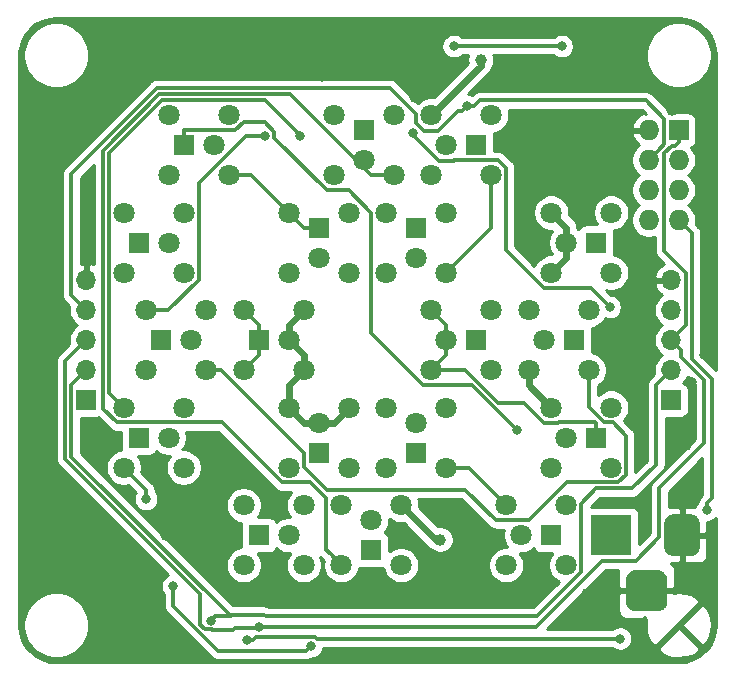
<source format=gbr>
G04 #@! TF.GenerationSoftware,KiCad,Pcbnew,5.1.5*
G04 #@! TF.CreationDate,2020-01-27T03:04:38+01:00*
G04 #@! TF.ProjectId,meshlight,6d657368-6c69-4676-9874-2e6b69636164,rev?*
G04 #@! TF.SameCoordinates,Original*
G04 #@! TF.FileFunction,Copper,L2,Bot*
G04 #@! TF.FilePolarity,Positive*
%FSLAX46Y46*%
G04 Gerber Fmt 4.6, Leading zero omitted, Abs format (unit mm)*
G04 Created by KiCad (PCBNEW 5.1.5) date 2020-01-27 03:04:38*
%MOMM*%
%LPD*%
G04 APERTURE LIST*
%ADD10C,1.800000*%
%ADD11R,1.800000X1.800000*%
%ADD12O,1.727200X1.727200*%
%ADD13R,1.727200X1.727200*%
%ADD14C,0.100000*%
%ADD15R,3.500000X3.500000*%
%ADD16O,1.700000X1.700000*%
%ADD17R,1.700000X1.700000*%
%ADD18C,1.000000*%
%ADD19C,0.800000*%
%ADD20C,0.609600*%
%ADD21C,0.304800*%
%ADD22C,0.254000*%
G04 APERTURE END LIST*
D10*
X161925000Y-100965000D03*
X161925000Y-106045000D03*
X167005000Y-100965000D03*
X167005000Y-106045000D03*
X163195000Y-103505000D03*
D11*
X165735000Y-103505000D03*
D10*
X156845000Y-92710000D03*
X151765000Y-92710000D03*
X156845000Y-97790000D03*
X151765000Y-97790000D03*
X154305000Y-93980000D03*
D11*
X154305000Y-96520000D03*
D10*
X134620000Y-97790000D03*
X134620000Y-92710000D03*
X129540000Y-97790000D03*
X129540000Y-92710000D03*
X133350000Y-95250000D03*
D11*
X130810000Y-95250000D03*
D10*
X165735000Y-76200000D03*
X165735000Y-81280000D03*
X170815000Y-76200000D03*
X170815000Y-81280000D03*
X167005000Y-78740000D03*
D11*
X169545000Y-78740000D03*
D10*
X138430000Y-73025000D03*
X138430000Y-67945000D03*
X133350000Y-73025000D03*
X133350000Y-67945000D03*
X137160000Y-70485000D03*
D11*
X134620000Y-70485000D03*
D10*
X143510000Y-81280000D03*
X148590000Y-81280000D03*
X143510000Y-76200000D03*
X148590000Y-76200000D03*
X146050000Y-80010000D03*
D11*
X146050000Y-77470000D03*
D10*
X151765000Y-81280000D03*
X156845000Y-81280000D03*
X151765000Y-76200000D03*
X156845000Y-76200000D03*
X154305000Y-80010000D03*
D11*
X154305000Y-77470000D03*
D10*
X155575000Y-67945000D03*
X155575000Y-73025000D03*
X160655000Y-67945000D03*
X160655000Y-73025000D03*
X156845000Y-70485000D03*
D11*
X159385000Y-70485000D03*
D10*
X136525000Y-89535000D03*
X136525000Y-84455000D03*
X131445000Y-89535000D03*
X131445000Y-84455000D03*
X135255000Y-86995000D03*
D11*
X132715000Y-86995000D03*
D10*
X163830000Y-84455000D03*
X163830000Y-89535000D03*
X168910000Y-84455000D03*
X168910000Y-89535000D03*
X165100000Y-86995000D03*
D11*
X167640000Y-86995000D03*
D10*
X144780000Y-106045000D03*
X144780000Y-100965000D03*
X139700000Y-106045000D03*
X139700000Y-100965000D03*
X143510000Y-103505000D03*
D11*
X140970000Y-103505000D03*
D10*
X148590000Y-92710000D03*
X143510000Y-92710000D03*
X148590000Y-97790000D03*
X143510000Y-97790000D03*
X146050000Y-93980000D03*
D11*
X146050000Y-96520000D03*
D10*
X134620000Y-81280000D03*
X134620000Y-76200000D03*
X129540000Y-81280000D03*
X129540000Y-76200000D03*
X133350000Y-78740000D03*
D11*
X130810000Y-78740000D03*
D10*
X144780000Y-89535000D03*
X144780000Y-84455000D03*
X139700000Y-89535000D03*
X139700000Y-84455000D03*
X143510000Y-86995000D03*
D11*
X140970000Y-86995000D03*
D10*
X147320000Y-73025000D03*
X152400000Y-73025000D03*
X147320000Y-67945000D03*
X152400000Y-67945000D03*
X149860000Y-71755000D03*
D11*
X149860000Y-69215000D03*
D10*
X153035000Y-100965000D03*
X147955000Y-100965000D03*
X153035000Y-106045000D03*
X147955000Y-106045000D03*
X150495000Y-102235000D03*
D11*
X150495000Y-104775000D03*
D10*
X155575000Y-84455000D03*
X155575000Y-89535000D03*
X160655000Y-84455000D03*
X160655000Y-89535000D03*
X156845000Y-86995000D03*
D11*
X159385000Y-86995000D03*
D10*
X165735000Y-92710000D03*
X165735000Y-97790000D03*
X170815000Y-92710000D03*
X170815000Y-97790000D03*
X167005000Y-95250000D03*
D11*
X169545000Y-95250000D03*
D12*
X173990000Y-76835000D03*
X176530000Y-76835000D03*
X173990000Y-74295000D03*
X176530000Y-74295000D03*
X173990000Y-71755000D03*
X176530000Y-71755000D03*
X173990000Y-69215000D03*
D13*
X176530000Y-69215000D03*
G04 #@! TA.AperFunction,ComponentPad*
D14*
G36*
X174775765Y-106459213D02*
G01*
X174860704Y-106471813D01*
X174943999Y-106492677D01*
X175024848Y-106521605D01*
X175102472Y-106558319D01*
X175176124Y-106602464D01*
X175245094Y-106653616D01*
X175308718Y-106711282D01*
X175366384Y-106774906D01*
X175417536Y-106843876D01*
X175461681Y-106917528D01*
X175498395Y-106995152D01*
X175527323Y-107076001D01*
X175548187Y-107159296D01*
X175560787Y-107244235D01*
X175565000Y-107330000D01*
X175565000Y-109080000D01*
X175560787Y-109165765D01*
X175548187Y-109250704D01*
X175527323Y-109333999D01*
X175498395Y-109414848D01*
X175461681Y-109492472D01*
X175417536Y-109566124D01*
X175366384Y-109635094D01*
X175308718Y-109698718D01*
X175245094Y-109756384D01*
X175176124Y-109807536D01*
X175102472Y-109851681D01*
X175024848Y-109888395D01*
X174943999Y-109917323D01*
X174860704Y-109938187D01*
X174775765Y-109950787D01*
X174690000Y-109955000D01*
X172940000Y-109955000D01*
X172854235Y-109950787D01*
X172769296Y-109938187D01*
X172686001Y-109917323D01*
X172605152Y-109888395D01*
X172527528Y-109851681D01*
X172453876Y-109807536D01*
X172384906Y-109756384D01*
X172321282Y-109698718D01*
X172263616Y-109635094D01*
X172212464Y-109566124D01*
X172168319Y-109492472D01*
X172131605Y-109414848D01*
X172102677Y-109333999D01*
X172081813Y-109250704D01*
X172069213Y-109165765D01*
X172065000Y-109080000D01*
X172065000Y-107330000D01*
X172069213Y-107244235D01*
X172081813Y-107159296D01*
X172102677Y-107076001D01*
X172131605Y-106995152D01*
X172168319Y-106917528D01*
X172212464Y-106843876D01*
X172263616Y-106774906D01*
X172321282Y-106711282D01*
X172384906Y-106653616D01*
X172453876Y-106602464D01*
X172527528Y-106558319D01*
X172605152Y-106521605D01*
X172686001Y-106492677D01*
X172769296Y-106471813D01*
X172854235Y-106459213D01*
X172940000Y-106455000D01*
X174690000Y-106455000D01*
X174775765Y-106459213D01*
G37*
G04 #@! TD.AperFunction*
G04 #@! TA.AperFunction,ComponentPad*
G36*
X177638513Y-101758611D02*
G01*
X177711318Y-101769411D01*
X177782714Y-101787295D01*
X177852013Y-101812090D01*
X177918548Y-101843559D01*
X177981678Y-101881398D01*
X178040795Y-101925242D01*
X178095330Y-101974670D01*
X178144758Y-102029205D01*
X178188602Y-102088322D01*
X178226441Y-102151452D01*
X178257910Y-102217987D01*
X178282705Y-102287286D01*
X178300589Y-102358682D01*
X178311389Y-102431487D01*
X178315000Y-102505000D01*
X178315000Y-104505000D01*
X178311389Y-104578513D01*
X178300589Y-104651318D01*
X178282705Y-104722714D01*
X178257910Y-104792013D01*
X178226441Y-104858548D01*
X178188602Y-104921678D01*
X178144758Y-104980795D01*
X178095330Y-105035330D01*
X178040795Y-105084758D01*
X177981678Y-105128602D01*
X177918548Y-105166441D01*
X177852013Y-105197910D01*
X177782714Y-105222705D01*
X177711318Y-105240589D01*
X177638513Y-105251389D01*
X177565000Y-105255000D01*
X176065000Y-105255000D01*
X175991487Y-105251389D01*
X175918682Y-105240589D01*
X175847286Y-105222705D01*
X175777987Y-105197910D01*
X175711452Y-105166441D01*
X175648322Y-105128602D01*
X175589205Y-105084758D01*
X175534670Y-105035330D01*
X175485242Y-104980795D01*
X175441398Y-104921678D01*
X175403559Y-104858548D01*
X175372090Y-104792013D01*
X175347295Y-104722714D01*
X175329411Y-104651318D01*
X175318611Y-104578513D01*
X175315000Y-104505000D01*
X175315000Y-102505000D01*
X175318611Y-102431487D01*
X175329411Y-102358682D01*
X175347295Y-102287286D01*
X175372090Y-102217987D01*
X175403559Y-102151452D01*
X175441398Y-102088322D01*
X175485242Y-102029205D01*
X175534670Y-101974670D01*
X175589205Y-101925242D01*
X175648322Y-101881398D01*
X175711452Y-101843559D01*
X175777987Y-101812090D01*
X175847286Y-101787295D01*
X175918682Y-101769411D01*
X175991487Y-101758611D01*
X176065000Y-101755000D01*
X177565000Y-101755000D01*
X177638513Y-101758611D01*
G37*
G04 #@! TD.AperFunction*
D15*
X170815000Y-103505000D03*
D16*
X126365000Y-81915000D03*
X126365000Y-84455000D03*
X126365000Y-86995000D03*
X126365000Y-89535000D03*
D17*
X126365000Y-92075000D03*
D16*
X175895000Y-81915000D03*
X175895000Y-84455000D03*
X175895000Y-86995000D03*
X175895000Y-89535000D03*
D17*
X175895000Y-92075000D03*
D18*
X159766000Y-63246001D03*
X156337000Y-103886000D03*
X177165000Y-95885000D03*
X129921000Y-112141000D03*
X162941000Y-65278000D03*
X123571000Y-69850000D03*
X123698000Y-73787000D03*
X133096000Y-103505000D03*
X172085000Y-84455000D03*
X168275000Y-72136000D03*
X154178000Y-66421000D03*
D19*
X177673000Y-90551000D03*
X178689000Y-88265000D03*
D18*
X135001000Y-112395000D03*
X135128000Y-63119000D03*
X146304000Y-64643000D03*
X165100000Y-108077000D03*
X168783000Y-108458000D03*
X175996470Y-67520340D03*
D19*
X170942000Y-63627000D03*
X170942000Y-63627000D03*
X157480000Y-62103000D03*
X166624000Y-62103000D03*
X139954000Y-112395000D03*
X171577000Y-112268000D03*
X178943000Y-101346000D03*
X162814000Y-94615000D03*
X141540424Y-69732590D03*
X144497172Y-69703758D03*
X131445000Y-100457000D03*
X133731000Y-107823000D03*
X145415000Y-112902996D03*
X170688000Y-84201000D03*
X154051000Y-69469000D03*
X136906000Y-110744000D03*
X140970000Y-111252000D03*
X158623000Y-67183000D03*
D20*
X159766000Y-63754000D02*
X159766000Y-63246001D01*
X155575000Y-67945000D02*
X159766000Y-63754000D01*
X143510000Y-90805000D02*
X144780000Y-89535000D01*
X143510000Y-92710000D02*
X143510000Y-90805000D01*
X144780000Y-88265000D02*
X143510000Y-86995000D01*
X144780000Y-89535000D02*
X144780000Y-88265000D01*
X163830000Y-90805000D02*
X165735000Y-92710000D01*
X163830000Y-89535000D02*
X163830000Y-90805000D01*
X144780000Y-93980000D02*
X143510000Y-92710000D01*
X146050000Y-93980000D02*
X144780000Y-93980000D01*
X147320000Y-93980000D02*
X148590000Y-92710000D01*
X146050000Y-93980000D02*
X147320000Y-93980000D01*
X167005000Y-80010000D02*
X165735000Y-81280000D01*
X167005000Y-78740000D02*
X167005000Y-80010000D01*
X143510000Y-85725000D02*
X144780000Y-84455000D01*
X143510000Y-86995000D02*
X143510000Y-85725000D01*
X155956000Y-103886000D02*
X153035000Y-100965000D01*
X156337000Y-103886000D02*
X155956000Y-103886000D01*
X167005000Y-77470000D02*
X165735000Y-76200000D01*
X167005000Y-78740000D02*
X167005000Y-77470000D01*
X177165000Y-95885000D02*
X176530000Y-95885000D01*
D21*
X177165000Y-95885000D02*
X177165000Y-94107000D01*
X177165000Y-94107000D02*
X177673000Y-93599000D01*
X177673000Y-93599000D02*
X177673000Y-90551000D01*
X157480000Y-62103000D02*
X166624000Y-62103000D01*
X177662207Y-77967207D02*
X177662207Y-88635207D01*
X176530000Y-76835000D02*
X177662207Y-77967207D01*
X177662207Y-88635207D02*
X179324000Y-90297000D01*
X145893558Y-112268000D02*
X169037000Y-112268000D01*
X145776153Y-112150595D02*
X140764090Y-112150595D01*
X140519685Y-112395000D02*
X139954000Y-112395000D01*
X145893558Y-112268000D02*
X145776153Y-112150595D01*
X140764090Y-112150595D02*
X140519685Y-112395000D01*
X169037000Y-112268000D02*
X170006354Y-112268000D01*
X170006354Y-112268000D02*
X171577000Y-112268000D01*
X179324000Y-100399315D02*
X179324000Y-90297000D01*
X178943000Y-100780315D02*
X179324000Y-100399315D01*
X178943000Y-101346000D02*
X178943000Y-100780315D01*
X134620000Y-69280200D02*
X134620000Y-70485000D01*
X138995955Y-69232599D02*
X134667601Y-69232599D01*
X134667601Y-69232599D02*
X134620000Y-69280200D01*
X139682401Y-68546153D02*
X138995955Y-69232599D01*
X141467541Y-68546153D02*
X139682401Y-68546153D01*
X142292825Y-69851379D02*
X142292825Y-69371437D01*
X142292825Y-69371437D02*
X141467541Y-68546153D01*
X146718847Y-74277401D02*
X142292825Y-69851379D01*
X148572401Y-74277401D02*
X146718847Y-74277401D01*
X150495000Y-76200000D02*
X148572401Y-74277401D01*
X150495000Y-86397354D02*
X150495000Y-76200000D01*
X154885047Y-90787401D02*
X150495000Y-86397354D01*
X158986401Y-90787401D02*
X154885047Y-90787401D01*
X162814000Y-94615000D02*
X158986401Y-90787401D01*
X135872401Y-81881153D02*
X135872401Y-73729045D01*
X131445000Y-84455000D02*
X133298554Y-84455000D01*
X135872401Y-73729045D02*
X139868856Y-69732590D01*
X139868856Y-69732590D02*
X140974739Y-69732590D01*
X133298554Y-84455000D02*
X135872401Y-81881153D01*
X140974739Y-69732590D02*
X141540424Y-69732590D01*
X132748847Y-66692599D02*
X141486013Y-66692599D01*
X129540000Y-92710000D02*
X128287599Y-91457599D01*
X128287599Y-91457599D02*
X128287599Y-71153847D01*
X128287599Y-71153847D02*
X132748847Y-66692599D01*
X141486013Y-66692599D02*
X144097173Y-69303759D01*
X144097173Y-69303759D02*
X144497172Y-69703758D01*
X129540000Y-97790000D02*
X131445000Y-99695000D01*
X131445000Y-99695000D02*
X131445000Y-100457000D01*
X137510531Y-113302995D02*
X145015001Y-113302995D01*
X133731000Y-107823000D02*
X133731000Y-109523464D01*
X133731000Y-109523464D02*
X137510531Y-113302995D01*
X145015001Y-113302995D02*
X145415000Y-112902996D01*
X157485047Y-71797401D02*
X156215047Y-71797401D01*
X154051000Y-69633354D02*
X154051000Y-69469000D01*
X161256153Y-71772599D02*
X157509849Y-71772599D01*
X169079401Y-82592401D02*
X165105047Y-82592401D01*
X156215047Y-71797401D02*
X154051000Y-69633354D01*
X170688000Y-84201000D02*
X169079401Y-82592401D01*
X157509849Y-71772599D02*
X157485047Y-71797401D01*
X161907401Y-72423847D02*
X161256153Y-71772599D01*
X165105047Y-82592401D02*
X161907401Y-79394755D01*
X161907401Y-79394755D02*
X161907401Y-72423847D01*
X156845000Y-88265000D02*
X156845000Y-86995000D01*
X155575000Y-89535000D02*
X156845000Y-88265000D01*
X156845000Y-85725000D02*
X155575000Y-84455000D01*
X156845000Y-86995000D02*
X156845000Y-85725000D01*
X169545000Y-94045200D02*
X169545000Y-95250000D01*
X169437399Y-93937599D02*
X169545000Y-94045200D01*
X166375047Y-93937599D02*
X169437399Y-93937599D01*
X166290245Y-94022401D02*
X166375047Y-93937599D01*
X165105047Y-94022401D02*
X166290245Y-94022401D01*
X163411646Y-92329000D02*
X165105047Y-94022401D01*
X158447908Y-89535000D02*
X161241908Y-92329000D01*
X161241908Y-92329000D02*
X163411646Y-92329000D01*
X155575000Y-89535000D02*
X158447908Y-89535000D01*
X147055001Y-105145001D02*
X147955000Y-106045000D01*
X146642599Y-104732599D02*
X147055001Y-105145001D01*
X146642599Y-100335047D02*
X146642599Y-104732599D01*
X142908847Y-99042401D02*
X145349953Y-99042401D01*
X137828847Y-93962401D02*
X142908847Y-99042401D01*
X128938847Y-93962401D02*
X137828847Y-93962401D01*
X127782789Y-92806343D02*
X128938847Y-93962401D01*
X127782789Y-70944748D02*
X127782789Y-92806343D01*
X132539748Y-66187789D02*
X127782789Y-70944748D01*
X145349953Y-99042401D02*
X146642599Y-100335047D01*
X143606343Y-66187789D02*
X132539748Y-66187789D01*
X150443554Y-73025000D02*
X143606343Y-66187789D01*
X152400000Y-73025000D02*
X150443554Y-73025000D01*
X140970000Y-85725000D02*
X140970000Y-86995000D01*
X139700000Y-84455000D02*
X140970000Y-85725000D01*
X140970000Y-88265000D02*
X139700000Y-89535000D01*
X140970000Y-86995000D02*
X140970000Y-88265000D01*
X136525000Y-89535000D02*
X137797792Y-89535000D01*
X144797599Y-96534807D02*
X144797599Y-97701921D01*
X168910000Y-90807792D02*
X168910000Y-89535000D01*
X172067401Y-98391153D02*
X172067401Y-95105401D01*
X170924401Y-93962401D02*
X170213847Y-93962401D01*
X144797599Y-97701921D02*
X146748277Y-99652599D01*
X171416153Y-99042401D02*
X172067401Y-98391153D01*
X137797792Y-89535000D02*
X144797599Y-96534807D01*
X168910000Y-92658554D02*
X168910000Y-90807792D01*
X146748277Y-99652599D02*
X158453599Y-99652599D01*
X170213847Y-93962401D02*
X168910000Y-92658554D01*
X167074045Y-99042401D02*
X171416153Y-99042401D01*
X163863847Y-102252599D02*
X167074045Y-99042401D01*
X172067401Y-95105401D02*
X170924401Y-93962401D01*
X161053599Y-102252599D02*
X163863847Y-102252599D01*
X158453599Y-99652599D02*
X161053599Y-102252599D01*
X160655000Y-77470000D02*
X156845000Y-81280000D01*
X160655000Y-73025000D02*
X160655000Y-77470000D01*
X140335000Y-73025000D02*
X143510000Y-76200000D01*
X138430000Y-73025000D02*
X140335000Y-73025000D01*
X144780000Y-77470000D02*
X146050000Y-77470000D01*
X143510000Y-76200000D02*
X144780000Y-77470000D01*
X158750000Y-97790000D02*
X156845000Y-97790000D01*
X161925000Y-100965000D02*
X158750000Y-97790000D01*
X125102599Y-96861953D02*
X138603646Y-110363000D01*
X126365000Y-89535000D02*
X125102599Y-90797401D01*
X125102599Y-90797401D02*
X125102599Y-96861953D01*
X137287000Y-110363000D02*
X136906000Y-110744000D01*
X138603646Y-110363000D02*
X137287000Y-110363000D01*
X141575556Y-110363000D02*
X164540554Y-110363000D01*
X141458154Y-110245598D02*
X141575556Y-110363000D01*
X138721048Y-110245598D02*
X141458154Y-110245598D01*
X138603646Y-110363000D02*
X138721048Y-110245598D01*
X174625000Y-90805000D02*
X175045001Y-90384999D01*
X175045001Y-90384999D02*
X175895000Y-89535000D01*
X164540554Y-110363000D02*
X168275000Y-106628554D01*
X168275000Y-106628554D02*
X168275000Y-100838000D01*
X169565788Y-99547212D02*
X172613788Y-99547212D01*
X168275000Y-100838000D02*
X169565788Y-99547212D01*
X174625000Y-97536000D02*
X174625000Y-96647000D01*
X172613788Y-99547212D02*
X174625000Y-97536000D01*
X174625000Y-96647000D02*
X174625000Y-90805000D01*
X136417846Y-111496402D02*
X137023402Y-111496402D01*
X137023402Y-111496402D02*
X137033000Y-111506000D01*
X124597789Y-88762211D02*
X124597789Y-97071052D01*
X138825539Y-111506000D02*
X138929138Y-111402401D01*
X126365000Y-86995000D02*
X124597789Y-88762211D01*
X137033000Y-111506000D02*
X138825539Y-111506000D01*
X124597789Y-97071052D02*
X136026598Y-108499861D01*
X136026598Y-108499861D02*
X136026598Y-111105154D01*
X136026598Y-111105154D02*
X136417846Y-111496402D01*
X140819599Y-111402401D02*
X140970000Y-111252000D01*
X139088401Y-111402401D02*
X140819599Y-111402401D01*
X138929138Y-111402401D02*
X139088401Y-111402401D01*
X177157401Y-85732599D02*
X176744999Y-86145001D01*
X176744999Y-86145001D02*
X175895000Y-86995000D01*
X177157401Y-81309047D02*
X177157401Y-85732599D01*
X175313999Y-79465645D02*
X177157401Y-81309047D01*
X176530000Y-69215000D02*
X176530000Y-70231000D01*
X176530000Y-70231000D02*
X176222001Y-70538999D01*
X176222001Y-70538999D02*
X175946319Y-70538999D01*
X175946319Y-70538999D02*
X175313999Y-71171319D01*
X175313999Y-71171319D02*
X175313999Y-79465645D01*
X176744999Y-87844999D02*
X175895000Y-86995000D01*
X178689000Y-90375910D02*
X176744999Y-88431909D01*
X178689000Y-95711354D02*
X178689000Y-90375910D01*
X174902590Y-99497764D02*
X178689000Y-95711354D01*
X176744999Y-88431909D02*
X176744999Y-87844999D01*
X164465000Y-111252000D02*
X170049599Y-105667401D01*
X140970000Y-111252000D02*
X164465000Y-111252000D01*
X170049599Y-105667401D02*
X172894921Y-105667401D01*
X174902590Y-103659732D02*
X174902590Y-99497764D01*
X172894921Y-105667401D02*
X174902590Y-103659732D01*
X174853599Y-70891401D02*
X173990000Y-71755000D01*
X175313999Y-70431001D02*
X174853599Y-70891401D01*
X175313999Y-68252999D02*
X175313999Y-70431001D01*
X173753599Y-66692599D02*
X175313999Y-68252999D01*
X159679086Y-66692599D02*
X173753599Y-66692599D01*
X159188685Y-67183000D02*
X159679086Y-66692599D01*
X158623000Y-67183000D02*
X159188685Y-67183000D01*
X158223001Y-67582999D02*
X158623000Y-67183000D01*
X157804647Y-67582999D02*
X158223001Y-67582999D01*
X154945047Y-69257401D02*
X156130245Y-69257401D01*
X154262599Y-68574953D02*
X154945047Y-69257401D01*
X154262599Y-67855953D02*
X154262599Y-68574953D01*
X156130245Y-69257401D02*
X157804647Y-67582999D01*
X125102599Y-83192599D02*
X125102599Y-72911029D01*
X126365000Y-84455000D02*
X125102599Y-83192599D01*
X125102599Y-72911029D02*
X132354628Y-65659000D01*
X132354628Y-65659000D02*
X152065646Y-65659000D01*
X152065646Y-65659000D02*
X154262599Y-67855953D01*
D22*
G36*
X177141222Y-59778096D02*
G01*
X177729164Y-59955606D01*
X178271436Y-60243937D01*
X178747364Y-60632094D01*
X179138845Y-61105314D01*
X179430951Y-61645552D01*
X179612563Y-62232244D01*
X179680000Y-62873879D01*
X179680001Y-89539449D01*
X178449607Y-88309057D01*
X178449607Y-78005869D01*
X178453415Y-77967206D01*
X178449607Y-77928543D01*
X178449607Y-77928534D01*
X178438213Y-77812850D01*
X178393189Y-77664424D01*
X178320073Y-77527635D01*
X178272773Y-77470000D01*
X178246328Y-77437776D01*
X178246326Y-77437774D01*
X178221676Y-77407738D01*
X178191641Y-77383089D01*
X177989205Y-77180653D01*
X178028600Y-76982599D01*
X178028600Y-76687401D01*
X177971010Y-76397875D01*
X177858042Y-76125147D01*
X177694039Y-75879698D01*
X177485302Y-75670961D01*
X177326719Y-75565000D01*
X177485302Y-75459039D01*
X177694039Y-75250302D01*
X177858042Y-75004853D01*
X177971010Y-74732125D01*
X178028600Y-74442599D01*
X178028600Y-74147401D01*
X177971010Y-73857875D01*
X177858042Y-73585147D01*
X177694039Y-73339698D01*
X177485302Y-73130961D01*
X177326719Y-73025000D01*
X177485302Y-72919039D01*
X177694039Y-72710302D01*
X177858042Y-72464853D01*
X177971010Y-72192125D01*
X178028600Y-71902599D01*
X178028600Y-71607401D01*
X177971010Y-71317875D01*
X177858042Y-71045147D01*
X177694039Y-70799698D01*
X177579977Y-70685636D01*
X177637780Y-70668102D01*
X177748094Y-70609137D01*
X177844785Y-70529785D01*
X177924137Y-70433094D01*
X177983102Y-70322780D01*
X178019412Y-70203082D01*
X178031672Y-70078600D01*
X178031672Y-68351400D01*
X178019412Y-68226918D01*
X177983102Y-68107220D01*
X177924137Y-67996906D01*
X177844785Y-67900215D01*
X177748094Y-67820863D01*
X177637780Y-67761898D01*
X177518082Y-67725588D01*
X177393600Y-67713328D01*
X175889716Y-67713328D01*
X175873468Y-67693530D01*
X175843428Y-67668877D01*
X174337727Y-66163177D01*
X174313068Y-66133130D01*
X174193171Y-66034733D01*
X174056382Y-65961617D01*
X173907956Y-65916593D01*
X173792272Y-65905199D01*
X173792262Y-65905199D01*
X173753599Y-65901391D01*
X173714936Y-65905199D01*
X159717751Y-65905199D01*
X159679086Y-65901391D01*
X159640421Y-65905199D01*
X159640413Y-65905199D01*
X159524729Y-65916593D01*
X159376303Y-65961617D01*
X159239513Y-66034733D01*
X159167942Y-66093470D01*
X159119617Y-66133130D01*
X159094962Y-66163172D01*
X159027755Y-66230379D01*
X158924898Y-66187774D01*
X158724939Y-66148000D01*
X158701077Y-66148000D01*
X160397890Y-64451187D01*
X160433754Y-64421754D01*
X160502995Y-64337384D01*
X160551196Y-64278652D01*
X160601685Y-64184192D01*
X160638463Y-64115386D01*
X160692202Y-63938233D01*
X160696297Y-63896660D01*
X160771824Y-63783625D01*
X160857383Y-63577068D01*
X160901000Y-63357789D01*
X160901000Y-63134213D01*
X160857383Y-62914934D01*
X160847221Y-62890400D01*
X165947689Y-62890400D01*
X165964226Y-62906937D01*
X166133744Y-63020205D01*
X166322102Y-63098226D01*
X166522061Y-63138000D01*
X166725939Y-63138000D01*
X166925898Y-63098226D01*
X167114256Y-63020205D01*
X167283774Y-62906937D01*
X167427937Y-62762774D01*
X167541205Y-62593256D01*
X167542263Y-62590701D01*
X173745000Y-62590701D01*
X173745000Y-63139299D01*
X173852026Y-63677354D01*
X174061965Y-64184192D01*
X174366750Y-64640334D01*
X174754666Y-65028250D01*
X175210808Y-65333035D01*
X175717646Y-65542974D01*
X176255701Y-65650000D01*
X176804299Y-65650000D01*
X177342354Y-65542974D01*
X177849192Y-65333035D01*
X178305334Y-65028250D01*
X178693250Y-64640334D01*
X178998035Y-64184192D01*
X179207974Y-63677354D01*
X179315000Y-63139299D01*
X179315000Y-62590701D01*
X179207974Y-62052646D01*
X178998035Y-61545808D01*
X178693250Y-61089666D01*
X178305334Y-60701750D01*
X177849192Y-60396965D01*
X177342354Y-60187026D01*
X176804299Y-60080000D01*
X176255701Y-60080000D01*
X175717646Y-60187026D01*
X175210808Y-60396965D01*
X174754666Y-60701750D01*
X174366750Y-61089666D01*
X174061965Y-61545808D01*
X173852026Y-62052646D01*
X173745000Y-62590701D01*
X167542263Y-62590701D01*
X167619226Y-62404898D01*
X167659000Y-62204939D01*
X167659000Y-62001061D01*
X167619226Y-61801102D01*
X167541205Y-61612744D01*
X167427937Y-61443226D01*
X167283774Y-61299063D01*
X167114256Y-61185795D01*
X166925898Y-61107774D01*
X166725939Y-61068000D01*
X166522061Y-61068000D01*
X166322102Y-61107774D01*
X166133744Y-61185795D01*
X165964226Y-61299063D01*
X165947689Y-61315600D01*
X158156311Y-61315600D01*
X158139774Y-61299063D01*
X157970256Y-61185795D01*
X157781898Y-61107774D01*
X157581939Y-61068000D01*
X157378061Y-61068000D01*
X157178102Y-61107774D01*
X156989744Y-61185795D01*
X156820226Y-61299063D01*
X156676063Y-61443226D01*
X156562795Y-61612744D01*
X156484774Y-61801102D01*
X156445000Y-62001061D01*
X156445000Y-62204939D01*
X156484774Y-62404898D01*
X156562795Y-62593256D01*
X156676063Y-62762774D01*
X156820226Y-62906937D01*
X156989744Y-63020205D01*
X157178102Y-63098226D01*
X157378061Y-63138000D01*
X157581939Y-63138000D01*
X157781898Y-63098226D01*
X157970256Y-63020205D01*
X158139774Y-62906937D01*
X158156311Y-62890400D01*
X158684779Y-62890400D01*
X158674617Y-62914934D01*
X158631000Y-63134213D01*
X158631000Y-63357789D01*
X158664536Y-63526387D01*
X155771842Y-66419082D01*
X155726184Y-66410000D01*
X155423816Y-66410000D01*
X155127257Y-66468989D01*
X154847905Y-66584701D01*
X154596495Y-66752688D01*
X154434690Y-66914493D01*
X152649774Y-65129577D01*
X152625115Y-65099531D01*
X152505218Y-65001134D01*
X152368429Y-64928018D01*
X152220003Y-64882994D01*
X152104319Y-64871600D01*
X152104309Y-64871600D01*
X152065646Y-64867792D01*
X152026983Y-64871600D01*
X132393293Y-64871600D01*
X132354628Y-64867792D01*
X132315962Y-64871600D01*
X132315955Y-64871600D01*
X132214131Y-64881629D01*
X132200270Y-64882994D01*
X132051845Y-64928018D01*
X131915055Y-65001134D01*
X131882015Y-65028250D01*
X131795159Y-65099531D01*
X131770505Y-65129572D01*
X124573172Y-72326906D01*
X124543131Y-72351560D01*
X124518478Y-72381600D01*
X124444734Y-72471457D01*
X124371617Y-72608247D01*
X124326594Y-72756672D01*
X124311391Y-72911029D01*
X124315200Y-72949702D01*
X124315199Y-83153936D01*
X124311391Y-83192599D01*
X124315199Y-83231262D01*
X124315199Y-83231271D01*
X124326593Y-83346955D01*
X124371617Y-83495381D01*
X124444733Y-83632170D01*
X124543130Y-83752068D01*
X124573176Y-83776726D01*
X124917362Y-84120912D01*
X124880000Y-84308740D01*
X124880000Y-84601260D01*
X124937068Y-84888158D01*
X125049010Y-85158411D01*
X125211525Y-85401632D01*
X125418368Y-85608475D01*
X125592760Y-85725000D01*
X125418368Y-85841525D01*
X125211525Y-86048368D01*
X125049010Y-86291589D01*
X124937068Y-86561842D01*
X124880000Y-86848740D01*
X124880000Y-87141260D01*
X124917362Y-87329088D01*
X124068367Y-88178083D01*
X124038320Y-88202742D01*
X123939923Y-88322640D01*
X123866807Y-88459429D01*
X123821783Y-88607855D01*
X123810389Y-88723539D01*
X123810389Y-88723548D01*
X123806581Y-88762211D01*
X123810389Y-88800874D01*
X123810390Y-97032379D01*
X123806581Y-97071052D01*
X123821784Y-97225409D01*
X123866807Y-97373834D01*
X123927413Y-97487218D01*
X123939924Y-97510624D01*
X124038321Y-97630521D01*
X124068362Y-97655175D01*
X133296065Y-106882880D01*
X133240744Y-106905795D01*
X133071226Y-107019063D01*
X132927063Y-107163226D01*
X132813795Y-107332744D01*
X132735774Y-107521102D01*
X132696000Y-107721061D01*
X132696000Y-107924939D01*
X132735774Y-108124898D01*
X132813795Y-108313256D01*
X132927063Y-108482774D01*
X132943600Y-108499311D01*
X132943601Y-109484791D01*
X132939792Y-109523464D01*
X132954995Y-109677821D01*
X133000018Y-109826246D01*
X133062327Y-109942816D01*
X133073135Y-109963036D01*
X133171532Y-110082933D01*
X133201573Y-110107587D01*
X136926408Y-113832423D01*
X136951062Y-113862464D01*
X137070959Y-113960861D01*
X137207748Y-114033977D01*
X137356174Y-114079001D01*
X137471858Y-114090395D01*
X137471868Y-114090395D01*
X137510531Y-114094203D01*
X137549194Y-114090395D01*
X144976338Y-114090395D01*
X145015001Y-114094203D01*
X145053664Y-114090395D01*
X145053674Y-114090395D01*
X145169358Y-114079001D01*
X145317784Y-114033977D01*
X145454573Y-113960861D01*
X145482434Y-113937996D01*
X145516939Y-113937996D01*
X145716898Y-113898222D01*
X145905256Y-113820201D01*
X146074774Y-113706933D01*
X146218937Y-113562770D01*
X146332205Y-113393252D01*
X146410226Y-113204894D01*
X146439962Y-113055400D01*
X170900689Y-113055400D01*
X170917226Y-113071937D01*
X171086744Y-113185205D01*
X171275102Y-113263226D01*
X171475061Y-113303000D01*
X171678939Y-113303000D01*
X171878898Y-113263226D01*
X172067256Y-113185205D01*
X172225892Y-113079208D01*
X174755397Y-113079208D01*
X174989537Y-113461330D01*
X175474932Y-113716967D01*
X176000873Y-113872997D01*
X176547148Y-113923422D01*
X177092764Y-113866306D01*
X177616752Y-113703842D01*
X178070463Y-113461330D01*
X178304603Y-113079208D01*
X176530000Y-111304605D01*
X174755397Y-113079208D01*
X172225892Y-113079208D01*
X172236774Y-113071937D01*
X172380937Y-112927774D01*
X172494205Y-112758256D01*
X172572226Y-112569898D01*
X172612000Y-112369939D01*
X172612000Y-112166061D01*
X172572226Y-111966102D01*
X172494205Y-111777744D01*
X172380937Y-111608226D01*
X172236774Y-111464063D01*
X172067256Y-111350795D01*
X171878898Y-111272774D01*
X171678939Y-111233000D01*
X171475061Y-111233000D01*
X171275102Y-111272774D01*
X171086744Y-111350795D01*
X170917226Y-111464063D01*
X170900689Y-111480600D01*
X165349950Y-111480600D01*
X166875550Y-109955000D01*
X171426928Y-109955000D01*
X171439188Y-110079482D01*
X171475498Y-110199180D01*
X171534463Y-110309494D01*
X171613815Y-110406185D01*
X171710506Y-110485537D01*
X171820820Y-110544502D01*
X171940518Y-110580812D01*
X172065000Y-110593072D01*
X173529250Y-110590000D01*
X173687998Y-110431252D01*
X173687998Y-110590000D01*
X173783745Y-110590000D01*
X173782003Y-110595873D01*
X173731578Y-111142148D01*
X173788694Y-111687764D01*
X173951158Y-112211752D01*
X174193670Y-112665463D01*
X174575792Y-112899603D01*
X176350395Y-111125000D01*
X176709605Y-111125000D01*
X178484208Y-112899603D01*
X178866330Y-112665463D01*
X179121967Y-112180068D01*
X179277997Y-111654127D01*
X179328422Y-111107852D01*
X179271306Y-110562236D01*
X179108842Y-110038248D01*
X178866330Y-109584537D01*
X178484208Y-109350397D01*
X176709605Y-111125000D01*
X176350395Y-111125000D01*
X176336253Y-111110858D01*
X176515858Y-110931253D01*
X176530000Y-110945395D01*
X178304603Y-109170792D01*
X178070463Y-108788670D01*
X177585068Y-108533033D01*
X177059127Y-108377003D01*
X176512852Y-108326578D01*
X176081032Y-108371782D01*
X176041250Y-108332000D01*
X173942000Y-108332000D01*
X173942000Y-108352000D01*
X173688000Y-108352000D01*
X173688000Y-108332000D01*
X171588750Y-108332000D01*
X171430000Y-108490750D01*
X171426928Y-109955000D01*
X166875550Y-109955000D01*
X170375751Y-106454801D01*
X171426948Y-106454801D01*
X171426928Y-106455000D01*
X171430000Y-107919250D01*
X171588750Y-108078000D01*
X173688000Y-108078000D01*
X173688000Y-108058000D01*
X173942000Y-108058000D01*
X173942000Y-108078000D01*
X176041250Y-108078000D01*
X176200000Y-107919250D01*
X176203072Y-106455000D01*
X176190812Y-106330518D01*
X176154502Y-106210820D01*
X176095537Y-106100506D01*
X176016185Y-106003815D01*
X175919494Y-105924463D01*
X175858195Y-105891698D01*
X176529250Y-105890000D01*
X176688000Y-105731250D01*
X176688000Y-103632000D01*
X176942000Y-103632000D01*
X176942000Y-105731250D01*
X177100750Y-105890000D01*
X178315000Y-105893072D01*
X178439482Y-105880812D01*
X178559180Y-105844502D01*
X178669494Y-105785537D01*
X178766185Y-105706185D01*
X178845537Y-105609494D01*
X178904502Y-105499180D01*
X178940812Y-105379482D01*
X178953072Y-105255000D01*
X178950000Y-103790750D01*
X178791250Y-103632000D01*
X176942000Y-103632000D01*
X176688000Y-103632000D01*
X176668000Y-103632000D01*
X176668000Y-103378000D01*
X176688000Y-103378000D01*
X176688000Y-101278750D01*
X176529250Y-101120000D01*
X175689990Y-101117877D01*
X175689990Y-99823914D01*
X178536600Y-96977305D01*
X178536600Y-100073165D01*
X178413572Y-100196192D01*
X178383532Y-100220846D01*
X178285135Y-100340743D01*
X178212018Y-100477532D01*
X178166994Y-100625958D01*
X178163461Y-100661828D01*
X178139063Y-100686226D01*
X178025795Y-100855744D01*
X177947774Y-101044102D01*
X177933096Y-101117894D01*
X177100750Y-101120000D01*
X176942000Y-101278750D01*
X176942000Y-103378000D01*
X178791250Y-103378000D01*
X178950000Y-103219250D01*
X178951759Y-102381000D01*
X179044939Y-102381000D01*
X179244898Y-102341226D01*
X179433256Y-102263205D01*
X179602774Y-102149937D01*
X179680001Y-102072710D01*
X179680001Y-111092711D01*
X179616904Y-111736221D01*
X179439394Y-112324164D01*
X179151063Y-112866436D01*
X178762906Y-113342364D01*
X178289686Y-113733845D01*
X177749449Y-114025950D01*
X177162756Y-114207563D01*
X176521130Y-114275000D01*
X123857279Y-114275000D01*
X123213779Y-114211904D01*
X122625836Y-114034394D01*
X122083564Y-113746063D01*
X121607636Y-113357906D01*
X121216155Y-112884686D01*
X120924050Y-112344449D01*
X120742437Y-111757756D01*
X120675000Y-111116130D01*
X120675000Y-110850701D01*
X121040000Y-110850701D01*
X121040000Y-111399299D01*
X121147026Y-111937354D01*
X121356965Y-112444192D01*
X121661750Y-112900334D01*
X122049666Y-113288250D01*
X122505808Y-113593035D01*
X123012646Y-113802974D01*
X123550701Y-113910000D01*
X124099299Y-113910000D01*
X124637354Y-113802974D01*
X125144192Y-113593035D01*
X125600334Y-113288250D01*
X125988250Y-112900334D01*
X126293035Y-112444192D01*
X126502974Y-111937354D01*
X126610000Y-111399299D01*
X126610000Y-110850701D01*
X126502974Y-110312646D01*
X126293035Y-109805808D01*
X125988250Y-109349666D01*
X125600334Y-108961750D01*
X125144192Y-108656965D01*
X124637354Y-108447026D01*
X124099299Y-108340000D01*
X123550701Y-108340000D01*
X123012646Y-108447026D01*
X122505808Y-108656965D01*
X122049666Y-108961750D01*
X121661750Y-109349666D01*
X121356965Y-109805808D01*
X121147026Y-110312646D01*
X121040000Y-110850701D01*
X120675000Y-110850701D01*
X120675000Y-62897279D01*
X120705060Y-62590701D01*
X121040000Y-62590701D01*
X121040000Y-63139299D01*
X121147026Y-63677354D01*
X121356965Y-64184192D01*
X121661750Y-64640334D01*
X122049666Y-65028250D01*
X122505808Y-65333035D01*
X123012646Y-65542974D01*
X123550701Y-65650000D01*
X124099299Y-65650000D01*
X124637354Y-65542974D01*
X125144192Y-65333035D01*
X125600334Y-65028250D01*
X125988250Y-64640334D01*
X126293035Y-64184192D01*
X126502974Y-63677354D01*
X126610000Y-63139299D01*
X126610000Y-62590701D01*
X126502974Y-62052646D01*
X126293035Y-61545808D01*
X125988250Y-61089666D01*
X125600334Y-60701750D01*
X125144192Y-60396965D01*
X124637354Y-60187026D01*
X124099299Y-60080000D01*
X123550701Y-60080000D01*
X123012646Y-60187026D01*
X122505808Y-60396965D01*
X122049666Y-60701750D01*
X121661750Y-61089666D01*
X121356965Y-61545808D01*
X121147026Y-62052646D01*
X121040000Y-62590701D01*
X120705060Y-62590701D01*
X120738096Y-62253778D01*
X120915606Y-61665836D01*
X121203937Y-61123564D01*
X121592094Y-60647636D01*
X122065314Y-60256155D01*
X122605552Y-59964049D01*
X123192244Y-59782437D01*
X123833879Y-59715000D01*
X176497721Y-59715000D01*
X177141222Y-59778096D01*
G37*
X177141222Y-59778096D02*
X177729164Y-59955606D01*
X178271436Y-60243937D01*
X178747364Y-60632094D01*
X179138845Y-61105314D01*
X179430951Y-61645552D01*
X179612563Y-62232244D01*
X179680000Y-62873879D01*
X179680001Y-89539449D01*
X178449607Y-88309057D01*
X178449607Y-78005869D01*
X178453415Y-77967206D01*
X178449607Y-77928543D01*
X178449607Y-77928534D01*
X178438213Y-77812850D01*
X178393189Y-77664424D01*
X178320073Y-77527635D01*
X178272773Y-77470000D01*
X178246328Y-77437776D01*
X178246326Y-77437774D01*
X178221676Y-77407738D01*
X178191641Y-77383089D01*
X177989205Y-77180653D01*
X178028600Y-76982599D01*
X178028600Y-76687401D01*
X177971010Y-76397875D01*
X177858042Y-76125147D01*
X177694039Y-75879698D01*
X177485302Y-75670961D01*
X177326719Y-75565000D01*
X177485302Y-75459039D01*
X177694039Y-75250302D01*
X177858042Y-75004853D01*
X177971010Y-74732125D01*
X178028600Y-74442599D01*
X178028600Y-74147401D01*
X177971010Y-73857875D01*
X177858042Y-73585147D01*
X177694039Y-73339698D01*
X177485302Y-73130961D01*
X177326719Y-73025000D01*
X177485302Y-72919039D01*
X177694039Y-72710302D01*
X177858042Y-72464853D01*
X177971010Y-72192125D01*
X178028600Y-71902599D01*
X178028600Y-71607401D01*
X177971010Y-71317875D01*
X177858042Y-71045147D01*
X177694039Y-70799698D01*
X177579977Y-70685636D01*
X177637780Y-70668102D01*
X177748094Y-70609137D01*
X177844785Y-70529785D01*
X177924137Y-70433094D01*
X177983102Y-70322780D01*
X178019412Y-70203082D01*
X178031672Y-70078600D01*
X178031672Y-68351400D01*
X178019412Y-68226918D01*
X177983102Y-68107220D01*
X177924137Y-67996906D01*
X177844785Y-67900215D01*
X177748094Y-67820863D01*
X177637780Y-67761898D01*
X177518082Y-67725588D01*
X177393600Y-67713328D01*
X175889716Y-67713328D01*
X175873468Y-67693530D01*
X175843428Y-67668877D01*
X174337727Y-66163177D01*
X174313068Y-66133130D01*
X174193171Y-66034733D01*
X174056382Y-65961617D01*
X173907956Y-65916593D01*
X173792272Y-65905199D01*
X173792262Y-65905199D01*
X173753599Y-65901391D01*
X173714936Y-65905199D01*
X159717751Y-65905199D01*
X159679086Y-65901391D01*
X159640421Y-65905199D01*
X159640413Y-65905199D01*
X159524729Y-65916593D01*
X159376303Y-65961617D01*
X159239513Y-66034733D01*
X159167942Y-66093470D01*
X159119617Y-66133130D01*
X159094962Y-66163172D01*
X159027755Y-66230379D01*
X158924898Y-66187774D01*
X158724939Y-66148000D01*
X158701077Y-66148000D01*
X160397890Y-64451187D01*
X160433754Y-64421754D01*
X160502995Y-64337384D01*
X160551196Y-64278652D01*
X160601685Y-64184192D01*
X160638463Y-64115386D01*
X160692202Y-63938233D01*
X160696297Y-63896660D01*
X160771824Y-63783625D01*
X160857383Y-63577068D01*
X160901000Y-63357789D01*
X160901000Y-63134213D01*
X160857383Y-62914934D01*
X160847221Y-62890400D01*
X165947689Y-62890400D01*
X165964226Y-62906937D01*
X166133744Y-63020205D01*
X166322102Y-63098226D01*
X166522061Y-63138000D01*
X166725939Y-63138000D01*
X166925898Y-63098226D01*
X167114256Y-63020205D01*
X167283774Y-62906937D01*
X167427937Y-62762774D01*
X167541205Y-62593256D01*
X167542263Y-62590701D01*
X173745000Y-62590701D01*
X173745000Y-63139299D01*
X173852026Y-63677354D01*
X174061965Y-64184192D01*
X174366750Y-64640334D01*
X174754666Y-65028250D01*
X175210808Y-65333035D01*
X175717646Y-65542974D01*
X176255701Y-65650000D01*
X176804299Y-65650000D01*
X177342354Y-65542974D01*
X177849192Y-65333035D01*
X178305334Y-65028250D01*
X178693250Y-64640334D01*
X178998035Y-64184192D01*
X179207974Y-63677354D01*
X179315000Y-63139299D01*
X179315000Y-62590701D01*
X179207974Y-62052646D01*
X178998035Y-61545808D01*
X178693250Y-61089666D01*
X178305334Y-60701750D01*
X177849192Y-60396965D01*
X177342354Y-60187026D01*
X176804299Y-60080000D01*
X176255701Y-60080000D01*
X175717646Y-60187026D01*
X175210808Y-60396965D01*
X174754666Y-60701750D01*
X174366750Y-61089666D01*
X174061965Y-61545808D01*
X173852026Y-62052646D01*
X173745000Y-62590701D01*
X167542263Y-62590701D01*
X167619226Y-62404898D01*
X167659000Y-62204939D01*
X167659000Y-62001061D01*
X167619226Y-61801102D01*
X167541205Y-61612744D01*
X167427937Y-61443226D01*
X167283774Y-61299063D01*
X167114256Y-61185795D01*
X166925898Y-61107774D01*
X166725939Y-61068000D01*
X166522061Y-61068000D01*
X166322102Y-61107774D01*
X166133744Y-61185795D01*
X165964226Y-61299063D01*
X165947689Y-61315600D01*
X158156311Y-61315600D01*
X158139774Y-61299063D01*
X157970256Y-61185795D01*
X157781898Y-61107774D01*
X157581939Y-61068000D01*
X157378061Y-61068000D01*
X157178102Y-61107774D01*
X156989744Y-61185795D01*
X156820226Y-61299063D01*
X156676063Y-61443226D01*
X156562795Y-61612744D01*
X156484774Y-61801102D01*
X156445000Y-62001061D01*
X156445000Y-62204939D01*
X156484774Y-62404898D01*
X156562795Y-62593256D01*
X156676063Y-62762774D01*
X156820226Y-62906937D01*
X156989744Y-63020205D01*
X157178102Y-63098226D01*
X157378061Y-63138000D01*
X157581939Y-63138000D01*
X157781898Y-63098226D01*
X157970256Y-63020205D01*
X158139774Y-62906937D01*
X158156311Y-62890400D01*
X158684779Y-62890400D01*
X158674617Y-62914934D01*
X158631000Y-63134213D01*
X158631000Y-63357789D01*
X158664536Y-63526387D01*
X155771842Y-66419082D01*
X155726184Y-66410000D01*
X155423816Y-66410000D01*
X155127257Y-66468989D01*
X154847905Y-66584701D01*
X154596495Y-66752688D01*
X154434690Y-66914493D01*
X152649774Y-65129577D01*
X152625115Y-65099531D01*
X152505218Y-65001134D01*
X152368429Y-64928018D01*
X152220003Y-64882994D01*
X152104319Y-64871600D01*
X152104309Y-64871600D01*
X152065646Y-64867792D01*
X152026983Y-64871600D01*
X132393293Y-64871600D01*
X132354628Y-64867792D01*
X132315962Y-64871600D01*
X132315955Y-64871600D01*
X132214131Y-64881629D01*
X132200270Y-64882994D01*
X132051845Y-64928018D01*
X131915055Y-65001134D01*
X131882015Y-65028250D01*
X131795159Y-65099531D01*
X131770505Y-65129572D01*
X124573172Y-72326906D01*
X124543131Y-72351560D01*
X124518478Y-72381600D01*
X124444734Y-72471457D01*
X124371617Y-72608247D01*
X124326594Y-72756672D01*
X124311391Y-72911029D01*
X124315200Y-72949702D01*
X124315199Y-83153936D01*
X124311391Y-83192599D01*
X124315199Y-83231262D01*
X124315199Y-83231271D01*
X124326593Y-83346955D01*
X124371617Y-83495381D01*
X124444733Y-83632170D01*
X124543130Y-83752068D01*
X124573176Y-83776726D01*
X124917362Y-84120912D01*
X124880000Y-84308740D01*
X124880000Y-84601260D01*
X124937068Y-84888158D01*
X125049010Y-85158411D01*
X125211525Y-85401632D01*
X125418368Y-85608475D01*
X125592760Y-85725000D01*
X125418368Y-85841525D01*
X125211525Y-86048368D01*
X125049010Y-86291589D01*
X124937068Y-86561842D01*
X124880000Y-86848740D01*
X124880000Y-87141260D01*
X124917362Y-87329088D01*
X124068367Y-88178083D01*
X124038320Y-88202742D01*
X123939923Y-88322640D01*
X123866807Y-88459429D01*
X123821783Y-88607855D01*
X123810389Y-88723539D01*
X123810389Y-88723548D01*
X123806581Y-88762211D01*
X123810389Y-88800874D01*
X123810390Y-97032379D01*
X123806581Y-97071052D01*
X123821784Y-97225409D01*
X123866807Y-97373834D01*
X123927413Y-97487218D01*
X123939924Y-97510624D01*
X124038321Y-97630521D01*
X124068362Y-97655175D01*
X133296065Y-106882880D01*
X133240744Y-106905795D01*
X133071226Y-107019063D01*
X132927063Y-107163226D01*
X132813795Y-107332744D01*
X132735774Y-107521102D01*
X132696000Y-107721061D01*
X132696000Y-107924939D01*
X132735774Y-108124898D01*
X132813795Y-108313256D01*
X132927063Y-108482774D01*
X132943600Y-108499311D01*
X132943601Y-109484791D01*
X132939792Y-109523464D01*
X132954995Y-109677821D01*
X133000018Y-109826246D01*
X133062327Y-109942816D01*
X133073135Y-109963036D01*
X133171532Y-110082933D01*
X133201573Y-110107587D01*
X136926408Y-113832423D01*
X136951062Y-113862464D01*
X137070959Y-113960861D01*
X137207748Y-114033977D01*
X137356174Y-114079001D01*
X137471858Y-114090395D01*
X137471868Y-114090395D01*
X137510531Y-114094203D01*
X137549194Y-114090395D01*
X144976338Y-114090395D01*
X145015001Y-114094203D01*
X145053664Y-114090395D01*
X145053674Y-114090395D01*
X145169358Y-114079001D01*
X145317784Y-114033977D01*
X145454573Y-113960861D01*
X145482434Y-113937996D01*
X145516939Y-113937996D01*
X145716898Y-113898222D01*
X145905256Y-113820201D01*
X146074774Y-113706933D01*
X146218937Y-113562770D01*
X146332205Y-113393252D01*
X146410226Y-113204894D01*
X146439962Y-113055400D01*
X170900689Y-113055400D01*
X170917226Y-113071937D01*
X171086744Y-113185205D01*
X171275102Y-113263226D01*
X171475061Y-113303000D01*
X171678939Y-113303000D01*
X171878898Y-113263226D01*
X172067256Y-113185205D01*
X172225892Y-113079208D01*
X174755397Y-113079208D01*
X174989537Y-113461330D01*
X175474932Y-113716967D01*
X176000873Y-113872997D01*
X176547148Y-113923422D01*
X177092764Y-113866306D01*
X177616752Y-113703842D01*
X178070463Y-113461330D01*
X178304603Y-113079208D01*
X176530000Y-111304605D01*
X174755397Y-113079208D01*
X172225892Y-113079208D01*
X172236774Y-113071937D01*
X172380937Y-112927774D01*
X172494205Y-112758256D01*
X172572226Y-112569898D01*
X172612000Y-112369939D01*
X172612000Y-112166061D01*
X172572226Y-111966102D01*
X172494205Y-111777744D01*
X172380937Y-111608226D01*
X172236774Y-111464063D01*
X172067256Y-111350795D01*
X171878898Y-111272774D01*
X171678939Y-111233000D01*
X171475061Y-111233000D01*
X171275102Y-111272774D01*
X171086744Y-111350795D01*
X170917226Y-111464063D01*
X170900689Y-111480600D01*
X165349950Y-111480600D01*
X166875550Y-109955000D01*
X171426928Y-109955000D01*
X171439188Y-110079482D01*
X171475498Y-110199180D01*
X171534463Y-110309494D01*
X171613815Y-110406185D01*
X171710506Y-110485537D01*
X171820820Y-110544502D01*
X171940518Y-110580812D01*
X172065000Y-110593072D01*
X173529250Y-110590000D01*
X173687998Y-110431252D01*
X173687998Y-110590000D01*
X173783745Y-110590000D01*
X173782003Y-110595873D01*
X173731578Y-111142148D01*
X173788694Y-111687764D01*
X173951158Y-112211752D01*
X174193670Y-112665463D01*
X174575792Y-112899603D01*
X176350395Y-111125000D01*
X176709605Y-111125000D01*
X178484208Y-112899603D01*
X178866330Y-112665463D01*
X179121967Y-112180068D01*
X179277997Y-111654127D01*
X179328422Y-111107852D01*
X179271306Y-110562236D01*
X179108842Y-110038248D01*
X178866330Y-109584537D01*
X178484208Y-109350397D01*
X176709605Y-111125000D01*
X176350395Y-111125000D01*
X176336253Y-111110858D01*
X176515858Y-110931253D01*
X176530000Y-110945395D01*
X178304603Y-109170792D01*
X178070463Y-108788670D01*
X177585068Y-108533033D01*
X177059127Y-108377003D01*
X176512852Y-108326578D01*
X176081032Y-108371782D01*
X176041250Y-108332000D01*
X173942000Y-108332000D01*
X173942000Y-108352000D01*
X173688000Y-108352000D01*
X173688000Y-108332000D01*
X171588750Y-108332000D01*
X171430000Y-108490750D01*
X171426928Y-109955000D01*
X166875550Y-109955000D01*
X170375751Y-106454801D01*
X171426948Y-106454801D01*
X171426928Y-106455000D01*
X171430000Y-107919250D01*
X171588750Y-108078000D01*
X173688000Y-108078000D01*
X173688000Y-108058000D01*
X173942000Y-108058000D01*
X173942000Y-108078000D01*
X176041250Y-108078000D01*
X176200000Y-107919250D01*
X176203072Y-106455000D01*
X176190812Y-106330518D01*
X176154502Y-106210820D01*
X176095537Y-106100506D01*
X176016185Y-106003815D01*
X175919494Y-105924463D01*
X175858195Y-105891698D01*
X176529250Y-105890000D01*
X176688000Y-105731250D01*
X176688000Y-103632000D01*
X176942000Y-103632000D01*
X176942000Y-105731250D01*
X177100750Y-105890000D01*
X178315000Y-105893072D01*
X178439482Y-105880812D01*
X178559180Y-105844502D01*
X178669494Y-105785537D01*
X178766185Y-105706185D01*
X178845537Y-105609494D01*
X178904502Y-105499180D01*
X178940812Y-105379482D01*
X178953072Y-105255000D01*
X178950000Y-103790750D01*
X178791250Y-103632000D01*
X176942000Y-103632000D01*
X176688000Y-103632000D01*
X176668000Y-103632000D01*
X176668000Y-103378000D01*
X176688000Y-103378000D01*
X176688000Y-101278750D01*
X176529250Y-101120000D01*
X175689990Y-101117877D01*
X175689990Y-99823914D01*
X178536600Y-96977305D01*
X178536600Y-100073165D01*
X178413572Y-100196192D01*
X178383532Y-100220846D01*
X178285135Y-100340743D01*
X178212018Y-100477532D01*
X178166994Y-100625958D01*
X178163461Y-100661828D01*
X178139063Y-100686226D01*
X178025795Y-100855744D01*
X177947774Y-101044102D01*
X177933096Y-101117894D01*
X177100750Y-101120000D01*
X176942000Y-101278750D01*
X176942000Y-103378000D01*
X178791250Y-103378000D01*
X178950000Y-103219250D01*
X178951759Y-102381000D01*
X179044939Y-102381000D01*
X179244898Y-102341226D01*
X179433256Y-102263205D01*
X179602774Y-102149937D01*
X179680001Y-102072710D01*
X179680001Y-111092711D01*
X179616904Y-111736221D01*
X179439394Y-112324164D01*
X179151063Y-112866436D01*
X178762906Y-113342364D01*
X178289686Y-113733845D01*
X177749449Y-114025950D01*
X177162756Y-114207563D01*
X176521130Y-114275000D01*
X123857279Y-114275000D01*
X123213779Y-114211904D01*
X122625836Y-114034394D01*
X122083564Y-113746063D01*
X121607636Y-113357906D01*
X121216155Y-112884686D01*
X120924050Y-112344449D01*
X120742437Y-111757756D01*
X120675000Y-111116130D01*
X120675000Y-110850701D01*
X121040000Y-110850701D01*
X121040000Y-111399299D01*
X121147026Y-111937354D01*
X121356965Y-112444192D01*
X121661750Y-112900334D01*
X122049666Y-113288250D01*
X122505808Y-113593035D01*
X123012646Y-113802974D01*
X123550701Y-113910000D01*
X124099299Y-113910000D01*
X124637354Y-113802974D01*
X125144192Y-113593035D01*
X125600334Y-113288250D01*
X125988250Y-112900334D01*
X126293035Y-112444192D01*
X126502974Y-111937354D01*
X126610000Y-111399299D01*
X126610000Y-110850701D01*
X126502974Y-110312646D01*
X126293035Y-109805808D01*
X125988250Y-109349666D01*
X125600334Y-108961750D01*
X125144192Y-108656965D01*
X124637354Y-108447026D01*
X124099299Y-108340000D01*
X123550701Y-108340000D01*
X123012646Y-108447026D01*
X122505808Y-108656965D01*
X122049666Y-108961750D01*
X121661750Y-109349666D01*
X121356965Y-109805808D01*
X121147026Y-110312646D01*
X121040000Y-110850701D01*
X120675000Y-110850701D01*
X120675000Y-62897279D01*
X120705060Y-62590701D01*
X121040000Y-62590701D01*
X121040000Y-63139299D01*
X121147026Y-63677354D01*
X121356965Y-64184192D01*
X121661750Y-64640334D01*
X122049666Y-65028250D01*
X122505808Y-65333035D01*
X123012646Y-65542974D01*
X123550701Y-65650000D01*
X124099299Y-65650000D01*
X124637354Y-65542974D01*
X125144192Y-65333035D01*
X125600334Y-65028250D01*
X125988250Y-64640334D01*
X126293035Y-64184192D01*
X126502974Y-63677354D01*
X126610000Y-63139299D01*
X126610000Y-62590701D01*
X126502974Y-62052646D01*
X126293035Y-61545808D01*
X125988250Y-61089666D01*
X125600334Y-60701750D01*
X125144192Y-60396965D01*
X124637354Y-60187026D01*
X124099299Y-60080000D01*
X123550701Y-60080000D01*
X123012646Y-60187026D01*
X122505808Y-60396965D01*
X122049666Y-60701750D01*
X121661750Y-61089666D01*
X121356965Y-61545808D01*
X121147026Y-62052646D01*
X121040000Y-62590701D01*
X120705060Y-62590701D01*
X120738096Y-62253778D01*
X120915606Y-61665836D01*
X121203937Y-61123564D01*
X121592094Y-60647636D01*
X122065314Y-60256155D01*
X122605552Y-59964049D01*
X123192244Y-59782437D01*
X123833879Y-59715000D01*
X176497721Y-59715000D01*
X177141222Y-59778096D01*
G36*
X128354724Y-94491829D02*
G01*
X128379378Y-94521870D01*
X128409417Y-94546522D01*
X128499274Y-94620267D01*
X128589663Y-94668581D01*
X128636064Y-94693383D01*
X128784490Y-94738407D01*
X128900174Y-94749801D01*
X128900184Y-94749801D01*
X128938847Y-94753609D01*
X128977510Y-94749801D01*
X129271928Y-94749801D01*
X129271928Y-96150000D01*
X129284188Y-96274482D01*
X129284568Y-96275736D01*
X129092257Y-96313989D01*
X128812905Y-96429701D01*
X128561495Y-96597688D01*
X128347688Y-96811495D01*
X128179701Y-97062905D01*
X128063989Y-97342257D01*
X128005000Y-97638816D01*
X128005000Y-97941184D01*
X128063989Y-98237743D01*
X128179701Y-98517095D01*
X128347688Y-98768505D01*
X128561495Y-98982312D01*
X128812905Y-99150299D01*
X129092257Y-99266011D01*
X129388816Y-99325000D01*
X129691184Y-99325000D01*
X129916610Y-99280160D01*
X130557995Y-99921546D01*
X130527795Y-99966744D01*
X130449774Y-100155102D01*
X130410000Y-100355061D01*
X130410000Y-100558939D01*
X130449774Y-100758898D01*
X130527795Y-100947256D01*
X130641063Y-101116774D01*
X130785226Y-101260937D01*
X130954744Y-101374205D01*
X131143102Y-101452226D01*
X131343061Y-101492000D01*
X131546939Y-101492000D01*
X131746898Y-101452226D01*
X131935256Y-101374205D01*
X132104774Y-101260937D01*
X132248937Y-101116774D01*
X132362205Y-100947256D01*
X132440226Y-100758898D01*
X132480000Y-100558939D01*
X132480000Y-100355061D01*
X132440226Y-100155102D01*
X132362205Y-99966744D01*
X132248937Y-99797226D01*
X132232400Y-99780689D01*
X132232400Y-99733663D01*
X132236208Y-99695000D01*
X132232400Y-99656337D01*
X132232400Y-99656327D01*
X132221006Y-99540643D01*
X132175982Y-99392217D01*
X132102866Y-99255427D01*
X132029121Y-99165570D01*
X132004469Y-99135531D01*
X131974429Y-99110878D01*
X131030160Y-98166610D01*
X131075000Y-97941184D01*
X131075000Y-97638816D01*
X131016011Y-97342257D01*
X130900299Y-97062905D01*
X130732312Y-96811495D01*
X130708889Y-96788072D01*
X131710000Y-96788072D01*
X131834482Y-96775812D01*
X131954180Y-96739502D01*
X132064494Y-96680537D01*
X132161185Y-96601185D01*
X132240537Y-96504494D01*
X132299502Y-96394180D01*
X132305056Y-96375873D01*
X132371495Y-96442312D01*
X132622905Y-96610299D01*
X132902257Y-96726011D01*
X133198816Y-96785000D01*
X133454183Y-96785000D01*
X133427688Y-96811495D01*
X133259701Y-97062905D01*
X133143989Y-97342257D01*
X133085000Y-97638816D01*
X133085000Y-97941184D01*
X133143989Y-98237743D01*
X133259701Y-98517095D01*
X133427688Y-98768505D01*
X133641495Y-98982312D01*
X133892905Y-99150299D01*
X134172257Y-99266011D01*
X134468816Y-99325000D01*
X134771184Y-99325000D01*
X135067743Y-99266011D01*
X135347095Y-99150299D01*
X135598505Y-98982312D01*
X135812312Y-98768505D01*
X135980299Y-98517095D01*
X136096011Y-98237743D01*
X136155000Y-97941184D01*
X136155000Y-97638816D01*
X136096011Y-97342257D01*
X135980299Y-97062905D01*
X135812312Y-96811495D01*
X135598505Y-96597688D01*
X135347095Y-96429701D01*
X135067743Y-96313989D01*
X134771184Y-96255000D01*
X134515817Y-96255000D01*
X134542312Y-96228505D01*
X134710299Y-95977095D01*
X134826011Y-95697743D01*
X134885000Y-95401184D01*
X134885000Y-95098816D01*
X134826011Y-94802257D01*
X134804283Y-94749801D01*
X137502697Y-94749801D01*
X142324724Y-99571829D01*
X142349378Y-99601870D01*
X142379417Y-99626522D01*
X142469274Y-99700267D01*
X142546322Y-99741450D01*
X142606064Y-99773383D01*
X142754490Y-99818407D01*
X142870174Y-99829801D01*
X142870184Y-99829801D01*
X142908847Y-99833609D01*
X142947510Y-99829801D01*
X143744382Y-99829801D01*
X143587688Y-99986495D01*
X143419701Y-100237905D01*
X143303989Y-100517257D01*
X143245000Y-100813816D01*
X143245000Y-101116184D01*
X143303989Y-101412743D01*
X143419701Y-101692095D01*
X143587688Y-101943505D01*
X143614183Y-101970000D01*
X143358816Y-101970000D01*
X143062257Y-102028989D01*
X142782905Y-102144701D01*
X142531495Y-102312688D01*
X142465056Y-102379127D01*
X142459502Y-102360820D01*
X142400537Y-102250506D01*
X142321185Y-102153815D01*
X142224494Y-102074463D01*
X142114180Y-102015498D01*
X141994482Y-101979188D01*
X141870000Y-101966928D01*
X140868889Y-101966928D01*
X140892312Y-101943505D01*
X141060299Y-101692095D01*
X141176011Y-101412743D01*
X141235000Y-101116184D01*
X141235000Y-100813816D01*
X141176011Y-100517257D01*
X141060299Y-100237905D01*
X140892312Y-99986495D01*
X140678505Y-99772688D01*
X140427095Y-99604701D01*
X140147743Y-99488989D01*
X139851184Y-99430000D01*
X139548816Y-99430000D01*
X139252257Y-99488989D01*
X138972905Y-99604701D01*
X138721495Y-99772688D01*
X138507688Y-99986495D01*
X138339701Y-100237905D01*
X138223989Y-100517257D01*
X138165000Y-100813816D01*
X138165000Y-101116184D01*
X138223989Y-101412743D01*
X138339701Y-101692095D01*
X138507688Y-101943505D01*
X138721495Y-102157312D01*
X138972905Y-102325299D01*
X139252257Y-102441011D01*
X139444568Y-102479264D01*
X139444188Y-102480518D01*
X139431928Y-102605000D01*
X139431928Y-104405000D01*
X139444188Y-104529482D01*
X139444568Y-104530736D01*
X139252257Y-104568989D01*
X138972905Y-104684701D01*
X138721495Y-104852688D01*
X138507688Y-105066495D01*
X138339701Y-105317905D01*
X138223989Y-105597257D01*
X138165000Y-105893816D01*
X138165000Y-106196184D01*
X138223989Y-106492743D01*
X138339701Y-106772095D01*
X138507688Y-107023505D01*
X138721495Y-107237312D01*
X138972905Y-107405299D01*
X139252257Y-107521011D01*
X139548816Y-107580000D01*
X139851184Y-107580000D01*
X140147743Y-107521011D01*
X140427095Y-107405299D01*
X140678505Y-107237312D01*
X140892312Y-107023505D01*
X141060299Y-106772095D01*
X141176011Y-106492743D01*
X141235000Y-106196184D01*
X141235000Y-105893816D01*
X141176011Y-105597257D01*
X141060299Y-105317905D01*
X140892312Y-105066495D01*
X140868889Y-105043072D01*
X141870000Y-105043072D01*
X141994482Y-105030812D01*
X142114180Y-104994502D01*
X142224494Y-104935537D01*
X142321185Y-104856185D01*
X142400537Y-104759494D01*
X142459502Y-104649180D01*
X142465056Y-104630873D01*
X142531495Y-104697312D01*
X142782905Y-104865299D01*
X143062257Y-104981011D01*
X143358816Y-105040000D01*
X143614183Y-105040000D01*
X143587688Y-105066495D01*
X143419701Y-105317905D01*
X143303989Y-105597257D01*
X143245000Y-105893816D01*
X143245000Y-106196184D01*
X143303989Y-106492743D01*
X143419701Y-106772095D01*
X143587688Y-107023505D01*
X143801495Y-107237312D01*
X144052905Y-107405299D01*
X144332257Y-107521011D01*
X144628816Y-107580000D01*
X144931184Y-107580000D01*
X145227743Y-107521011D01*
X145507095Y-107405299D01*
X145758505Y-107237312D01*
X145972312Y-107023505D01*
X146140299Y-106772095D01*
X146256011Y-106492743D01*
X146315000Y-106196184D01*
X146315000Y-105893816D01*
X146256011Y-105597257D01*
X146158644Y-105362195D01*
X146464840Y-105668391D01*
X146420000Y-105893816D01*
X146420000Y-106196184D01*
X146478989Y-106492743D01*
X146594701Y-106772095D01*
X146762688Y-107023505D01*
X146976495Y-107237312D01*
X147227905Y-107405299D01*
X147507257Y-107521011D01*
X147803816Y-107580000D01*
X148106184Y-107580000D01*
X148402743Y-107521011D01*
X148682095Y-107405299D01*
X148933505Y-107237312D01*
X149147312Y-107023505D01*
X149315299Y-106772095D01*
X149431011Y-106492743D01*
X149469264Y-106300432D01*
X149470518Y-106300812D01*
X149595000Y-106313072D01*
X151395000Y-106313072D01*
X151519482Y-106300812D01*
X151520736Y-106300432D01*
X151558989Y-106492743D01*
X151674701Y-106772095D01*
X151842688Y-107023505D01*
X152056495Y-107237312D01*
X152307905Y-107405299D01*
X152587257Y-107521011D01*
X152883816Y-107580000D01*
X153186184Y-107580000D01*
X153482743Y-107521011D01*
X153762095Y-107405299D01*
X154013505Y-107237312D01*
X154227312Y-107023505D01*
X154395299Y-106772095D01*
X154511011Y-106492743D01*
X154570000Y-106196184D01*
X154570000Y-105893816D01*
X154511011Y-105597257D01*
X154395299Y-105317905D01*
X154227312Y-105066495D01*
X154013505Y-104852688D01*
X153762095Y-104684701D01*
X153482743Y-104568989D01*
X153186184Y-104510000D01*
X152883816Y-104510000D01*
X152587257Y-104568989D01*
X152307905Y-104684701D01*
X152056495Y-104852688D01*
X152033072Y-104876111D01*
X152033072Y-103875000D01*
X152020812Y-103750518D01*
X151984502Y-103630820D01*
X151925537Y-103520506D01*
X151846185Y-103423815D01*
X151749494Y-103344463D01*
X151639180Y-103285498D01*
X151620873Y-103279944D01*
X151687312Y-103213505D01*
X151855299Y-102962095D01*
X151971011Y-102682743D01*
X152030000Y-102386184D01*
X152030000Y-102130817D01*
X152056495Y-102157312D01*
X152307905Y-102325299D01*
X152587257Y-102441011D01*
X152883816Y-102500000D01*
X153186184Y-102500000D01*
X153231842Y-102490918D01*
X155258818Y-104517896D01*
X155288246Y-104553754D01*
X155324104Y-104583182D01*
X155324106Y-104583184D01*
X155431348Y-104671196D01*
X155495394Y-104705429D01*
X155594614Y-104758463D01*
X155608562Y-104762694D01*
X155613480Y-104767612D01*
X155799376Y-104891824D01*
X156005933Y-104977383D01*
X156225212Y-105021000D01*
X156448788Y-105021000D01*
X156668067Y-104977383D01*
X156874624Y-104891824D01*
X157060520Y-104767612D01*
X157218612Y-104609520D01*
X157342824Y-104423624D01*
X157428383Y-104217067D01*
X157472000Y-103997788D01*
X157472000Y-103774212D01*
X157428383Y-103554933D01*
X157342824Y-103348376D01*
X157218612Y-103162480D01*
X157060520Y-103004388D01*
X156874624Y-102880176D01*
X156668067Y-102794617D01*
X156448788Y-102751000D01*
X156225212Y-102751000D01*
X156162543Y-102763466D01*
X154560918Y-101161842D01*
X154570000Y-101116184D01*
X154570000Y-100813816D01*
X154511011Y-100517257D01*
X154479010Y-100439999D01*
X158127449Y-100439999D01*
X160469480Y-102782032D01*
X160494130Y-102812068D01*
X160524166Y-102836718D01*
X160524168Y-102836720D01*
X160562922Y-102868524D01*
X160614027Y-102910465D01*
X160750816Y-102983581D01*
X160899242Y-103028605D01*
X161014926Y-103039999D01*
X161014935Y-103039999D01*
X161053598Y-103043807D01*
X161092261Y-103039999D01*
X161726138Y-103039999D01*
X161718989Y-103057257D01*
X161660000Y-103353816D01*
X161660000Y-103656184D01*
X161718989Y-103952743D01*
X161834701Y-104232095D01*
X162002688Y-104483505D01*
X162029183Y-104510000D01*
X161773816Y-104510000D01*
X161477257Y-104568989D01*
X161197905Y-104684701D01*
X160946495Y-104852688D01*
X160732688Y-105066495D01*
X160564701Y-105317905D01*
X160448989Y-105597257D01*
X160390000Y-105893816D01*
X160390000Y-106196184D01*
X160448989Y-106492743D01*
X160564701Y-106772095D01*
X160732688Y-107023505D01*
X160946495Y-107237312D01*
X161197905Y-107405299D01*
X161477257Y-107521011D01*
X161773816Y-107580000D01*
X162076184Y-107580000D01*
X162372743Y-107521011D01*
X162652095Y-107405299D01*
X162903505Y-107237312D01*
X163117312Y-107023505D01*
X163285299Y-106772095D01*
X163401011Y-106492743D01*
X163460000Y-106196184D01*
X163460000Y-105893816D01*
X163401011Y-105597257D01*
X163285299Y-105317905D01*
X163117312Y-105066495D01*
X163090817Y-105040000D01*
X163346184Y-105040000D01*
X163642743Y-104981011D01*
X163922095Y-104865299D01*
X164173505Y-104697312D01*
X164239944Y-104630873D01*
X164245498Y-104649180D01*
X164304463Y-104759494D01*
X164383815Y-104856185D01*
X164480506Y-104935537D01*
X164590820Y-104994502D01*
X164710518Y-105030812D01*
X164835000Y-105043072D01*
X165836111Y-105043072D01*
X165812688Y-105066495D01*
X165644701Y-105317905D01*
X165528989Y-105597257D01*
X165470000Y-105893816D01*
X165470000Y-106196184D01*
X165528989Y-106492743D01*
X165644701Y-106772095D01*
X165812688Y-107023505D01*
X166026495Y-107237312D01*
X166277905Y-107405299D01*
X166353423Y-107436580D01*
X164214404Y-109575600D01*
X141875029Y-109575600D01*
X141760937Y-109514616D01*
X141612511Y-109469592D01*
X141496827Y-109458198D01*
X141496817Y-109458198D01*
X141458154Y-109454390D01*
X141419491Y-109458198D01*
X138812395Y-109458198D01*
X125889999Y-96535803D01*
X125889999Y-93563072D01*
X127215000Y-93563072D01*
X127339482Y-93550812D01*
X127396432Y-93533536D01*
X128354724Y-94491829D01*
G37*
X128354724Y-94491829D02*
X128379378Y-94521870D01*
X128409417Y-94546522D01*
X128499274Y-94620267D01*
X128589663Y-94668581D01*
X128636064Y-94693383D01*
X128784490Y-94738407D01*
X128900174Y-94749801D01*
X128900184Y-94749801D01*
X128938847Y-94753609D01*
X128977510Y-94749801D01*
X129271928Y-94749801D01*
X129271928Y-96150000D01*
X129284188Y-96274482D01*
X129284568Y-96275736D01*
X129092257Y-96313989D01*
X128812905Y-96429701D01*
X128561495Y-96597688D01*
X128347688Y-96811495D01*
X128179701Y-97062905D01*
X128063989Y-97342257D01*
X128005000Y-97638816D01*
X128005000Y-97941184D01*
X128063989Y-98237743D01*
X128179701Y-98517095D01*
X128347688Y-98768505D01*
X128561495Y-98982312D01*
X128812905Y-99150299D01*
X129092257Y-99266011D01*
X129388816Y-99325000D01*
X129691184Y-99325000D01*
X129916610Y-99280160D01*
X130557995Y-99921546D01*
X130527795Y-99966744D01*
X130449774Y-100155102D01*
X130410000Y-100355061D01*
X130410000Y-100558939D01*
X130449774Y-100758898D01*
X130527795Y-100947256D01*
X130641063Y-101116774D01*
X130785226Y-101260937D01*
X130954744Y-101374205D01*
X131143102Y-101452226D01*
X131343061Y-101492000D01*
X131546939Y-101492000D01*
X131746898Y-101452226D01*
X131935256Y-101374205D01*
X132104774Y-101260937D01*
X132248937Y-101116774D01*
X132362205Y-100947256D01*
X132440226Y-100758898D01*
X132480000Y-100558939D01*
X132480000Y-100355061D01*
X132440226Y-100155102D01*
X132362205Y-99966744D01*
X132248937Y-99797226D01*
X132232400Y-99780689D01*
X132232400Y-99733663D01*
X132236208Y-99695000D01*
X132232400Y-99656337D01*
X132232400Y-99656327D01*
X132221006Y-99540643D01*
X132175982Y-99392217D01*
X132102866Y-99255427D01*
X132029121Y-99165570D01*
X132004469Y-99135531D01*
X131974429Y-99110878D01*
X131030160Y-98166610D01*
X131075000Y-97941184D01*
X131075000Y-97638816D01*
X131016011Y-97342257D01*
X130900299Y-97062905D01*
X130732312Y-96811495D01*
X130708889Y-96788072D01*
X131710000Y-96788072D01*
X131834482Y-96775812D01*
X131954180Y-96739502D01*
X132064494Y-96680537D01*
X132161185Y-96601185D01*
X132240537Y-96504494D01*
X132299502Y-96394180D01*
X132305056Y-96375873D01*
X132371495Y-96442312D01*
X132622905Y-96610299D01*
X132902257Y-96726011D01*
X133198816Y-96785000D01*
X133454183Y-96785000D01*
X133427688Y-96811495D01*
X133259701Y-97062905D01*
X133143989Y-97342257D01*
X133085000Y-97638816D01*
X133085000Y-97941184D01*
X133143989Y-98237743D01*
X133259701Y-98517095D01*
X133427688Y-98768505D01*
X133641495Y-98982312D01*
X133892905Y-99150299D01*
X134172257Y-99266011D01*
X134468816Y-99325000D01*
X134771184Y-99325000D01*
X135067743Y-99266011D01*
X135347095Y-99150299D01*
X135598505Y-98982312D01*
X135812312Y-98768505D01*
X135980299Y-98517095D01*
X136096011Y-98237743D01*
X136155000Y-97941184D01*
X136155000Y-97638816D01*
X136096011Y-97342257D01*
X135980299Y-97062905D01*
X135812312Y-96811495D01*
X135598505Y-96597688D01*
X135347095Y-96429701D01*
X135067743Y-96313989D01*
X134771184Y-96255000D01*
X134515817Y-96255000D01*
X134542312Y-96228505D01*
X134710299Y-95977095D01*
X134826011Y-95697743D01*
X134885000Y-95401184D01*
X134885000Y-95098816D01*
X134826011Y-94802257D01*
X134804283Y-94749801D01*
X137502697Y-94749801D01*
X142324724Y-99571829D01*
X142349378Y-99601870D01*
X142379417Y-99626522D01*
X142469274Y-99700267D01*
X142546322Y-99741450D01*
X142606064Y-99773383D01*
X142754490Y-99818407D01*
X142870174Y-99829801D01*
X142870184Y-99829801D01*
X142908847Y-99833609D01*
X142947510Y-99829801D01*
X143744382Y-99829801D01*
X143587688Y-99986495D01*
X143419701Y-100237905D01*
X143303989Y-100517257D01*
X143245000Y-100813816D01*
X143245000Y-101116184D01*
X143303989Y-101412743D01*
X143419701Y-101692095D01*
X143587688Y-101943505D01*
X143614183Y-101970000D01*
X143358816Y-101970000D01*
X143062257Y-102028989D01*
X142782905Y-102144701D01*
X142531495Y-102312688D01*
X142465056Y-102379127D01*
X142459502Y-102360820D01*
X142400537Y-102250506D01*
X142321185Y-102153815D01*
X142224494Y-102074463D01*
X142114180Y-102015498D01*
X141994482Y-101979188D01*
X141870000Y-101966928D01*
X140868889Y-101966928D01*
X140892312Y-101943505D01*
X141060299Y-101692095D01*
X141176011Y-101412743D01*
X141235000Y-101116184D01*
X141235000Y-100813816D01*
X141176011Y-100517257D01*
X141060299Y-100237905D01*
X140892312Y-99986495D01*
X140678505Y-99772688D01*
X140427095Y-99604701D01*
X140147743Y-99488989D01*
X139851184Y-99430000D01*
X139548816Y-99430000D01*
X139252257Y-99488989D01*
X138972905Y-99604701D01*
X138721495Y-99772688D01*
X138507688Y-99986495D01*
X138339701Y-100237905D01*
X138223989Y-100517257D01*
X138165000Y-100813816D01*
X138165000Y-101116184D01*
X138223989Y-101412743D01*
X138339701Y-101692095D01*
X138507688Y-101943505D01*
X138721495Y-102157312D01*
X138972905Y-102325299D01*
X139252257Y-102441011D01*
X139444568Y-102479264D01*
X139444188Y-102480518D01*
X139431928Y-102605000D01*
X139431928Y-104405000D01*
X139444188Y-104529482D01*
X139444568Y-104530736D01*
X139252257Y-104568989D01*
X138972905Y-104684701D01*
X138721495Y-104852688D01*
X138507688Y-105066495D01*
X138339701Y-105317905D01*
X138223989Y-105597257D01*
X138165000Y-105893816D01*
X138165000Y-106196184D01*
X138223989Y-106492743D01*
X138339701Y-106772095D01*
X138507688Y-107023505D01*
X138721495Y-107237312D01*
X138972905Y-107405299D01*
X139252257Y-107521011D01*
X139548816Y-107580000D01*
X139851184Y-107580000D01*
X140147743Y-107521011D01*
X140427095Y-107405299D01*
X140678505Y-107237312D01*
X140892312Y-107023505D01*
X141060299Y-106772095D01*
X141176011Y-106492743D01*
X141235000Y-106196184D01*
X141235000Y-105893816D01*
X141176011Y-105597257D01*
X141060299Y-105317905D01*
X140892312Y-105066495D01*
X140868889Y-105043072D01*
X141870000Y-105043072D01*
X141994482Y-105030812D01*
X142114180Y-104994502D01*
X142224494Y-104935537D01*
X142321185Y-104856185D01*
X142400537Y-104759494D01*
X142459502Y-104649180D01*
X142465056Y-104630873D01*
X142531495Y-104697312D01*
X142782905Y-104865299D01*
X143062257Y-104981011D01*
X143358816Y-105040000D01*
X143614183Y-105040000D01*
X143587688Y-105066495D01*
X143419701Y-105317905D01*
X143303989Y-105597257D01*
X143245000Y-105893816D01*
X143245000Y-106196184D01*
X143303989Y-106492743D01*
X143419701Y-106772095D01*
X143587688Y-107023505D01*
X143801495Y-107237312D01*
X144052905Y-107405299D01*
X144332257Y-107521011D01*
X144628816Y-107580000D01*
X144931184Y-107580000D01*
X145227743Y-107521011D01*
X145507095Y-107405299D01*
X145758505Y-107237312D01*
X145972312Y-107023505D01*
X146140299Y-106772095D01*
X146256011Y-106492743D01*
X146315000Y-106196184D01*
X146315000Y-105893816D01*
X146256011Y-105597257D01*
X146158644Y-105362195D01*
X146464840Y-105668391D01*
X146420000Y-105893816D01*
X146420000Y-106196184D01*
X146478989Y-106492743D01*
X146594701Y-106772095D01*
X146762688Y-107023505D01*
X146976495Y-107237312D01*
X147227905Y-107405299D01*
X147507257Y-107521011D01*
X147803816Y-107580000D01*
X148106184Y-107580000D01*
X148402743Y-107521011D01*
X148682095Y-107405299D01*
X148933505Y-107237312D01*
X149147312Y-107023505D01*
X149315299Y-106772095D01*
X149431011Y-106492743D01*
X149469264Y-106300432D01*
X149470518Y-106300812D01*
X149595000Y-106313072D01*
X151395000Y-106313072D01*
X151519482Y-106300812D01*
X151520736Y-106300432D01*
X151558989Y-106492743D01*
X151674701Y-106772095D01*
X151842688Y-107023505D01*
X152056495Y-107237312D01*
X152307905Y-107405299D01*
X152587257Y-107521011D01*
X152883816Y-107580000D01*
X153186184Y-107580000D01*
X153482743Y-107521011D01*
X153762095Y-107405299D01*
X154013505Y-107237312D01*
X154227312Y-107023505D01*
X154395299Y-106772095D01*
X154511011Y-106492743D01*
X154570000Y-106196184D01*
X154570000Y-105893816D01*
X154511011Y-105597257D01*
X154395299Y-105317905D01*
X154227312Y-105066495D01*
X154013505Y-104852688D01*
X153762095Y-104684701D01*
X153482743Y-104568989D01*
X153186184Y-104510000D01*
X152883816Y-104510000D01*
X152587257Y-104568989D01*
X152307905Y-104684701D01*
X152056495Y-104852688D01*
X152033072Y-104876111D01*
X152033072Y-103875000D01*
X152020812Y-103750518D01*
X151984502Y-103630820D01*
X151925537Y-103520506D01*
X151846185Y-103423815D01*
X151749494Y-103344463D01*
X151639180Y-103285498D01*
X151620873Y-103279944D01*
X151687312Y-103213505D01*
X151855299Y-102962095D01*
X151971011Y-102682743D01*
X152030000Y-102386184D01*
X152030000Y-102130817D01*
X152056495Y-102157312D01*
X152307905Y-102325299D01*
X152587257Y-102441011D01*
X152883816Y-102500000D01*
X153186184Y-102500000D01*
X153231842Y-102490918D01*
X155258818Y-104517896D01*
X155288246Y-104553754D01*
X155324104Y-104583182D01*
X155324106Y-104583184D01*
X155431348Y-104671196D01*
X155495394Y-104705429D01*
X155594614Y-104758463D01*
X155608562Y-104762694D01*
X155613480Y-104767612D01*
X155799376Y-104891824D01*
X156005933Y-104977383D01*
X156225212Y-105021000D01*
X156448788Y-105021000D01*
X156668067Y-104977383D01*
X156874624Y-104891824D01*
X157060520Y-104767612D01*
X157218612Y-104609520D01*
X157342824Y-104423624D01*
X157428383Y-104217067D01*
X157472000Y-103997788D01*
X157472000Y-103774212D01*
X157428383Y-103554933D01*
X157342824Y-103348376D01*
X157218612Y-103162480D01*
X157060520Y-103004388D01*
X156874624Y-102880176D01*
X156668067Y-102794617D01*
X156448788Y-102751000D01*
X156225212Y-102751000D01*
X156162543Y-102763466D01*
X154560918Y-101161842D01*
X154570000Y-101116184D01*
X154570000Y-100813816D01*
X154511011Y-100517257D01*
X154479010Y-100439999D01*
X158127449Y-100439999D01*
X160469480Y-102782032D01*
X160494130Y-102812068D01*
X160524166Y-102836718D01*
X160524168Y-102836720D01*
X160562922Y-102868524D01*
X160614027Y-102910465D01*
X160750816Y-102983581D01*
X160899242Y-103028605D01*
X161014926Y-103039999D01*
X161014935Y-103039999D01*
X161053598Y-103043807D01*
X161092261Y-103039999D01*
X161726138Y-103039999D01*
X161718989Y-103057257D01*
X161660000Y-103353816D01*
X161660000Y-103656184D01*
X161718989Y-103952743D01*
X161834701Y-104232095D01*
X162002688Y-104483505D01*
X162029183Y-104510000D01*
X161773816Y-104510000D01*
X161477257Y-104568989D01*
X161197905Y-104684701D01*
X160946495Y-104852688D01*
X160732688Y-105066495D01*
X160564701Y-105317905D01*
X160448989Y-105597257D01*
X160390000Y-105893816D01*
X160390000Y-106196184D01*
X160448989Y-106492743D01*
X160564701Y-106772095D01*
X160732688Y-107023505D01*
X160946495Y-107237312D01*
X161197905Y-107405299D01*
X161477257Y-107521011D01*
X161773816Y-107580000D01*
X162076184Y-107580000D01*
X162372743Y-107521011D01*
X162652095Y-107405299D01*
X162903505Y-107237312D01*
X163117312Y-107023505D01*
X163285299Y-106772095D01*
X163401011Y-106492743D01*
X163460000Y-106196184D01*
X163460000Y-105893816D01*
X163401011Y-105597257D01*
X163285299Y-105317905D01*
X163117312Y-105066495D01*
X163090817Y-105040000D01*
X163346184Y-105040000D01*
X163642743Y-104981011D01*
X163922095Y-104865299D01*
X164173505Y-104697312D01*
X164239944Y-104630873D01*
X164245498Y-104649180D01*
X164304463Y-104759494D01*
X164383815Y-104856185D01*
X164480506Y-104935537D01*
X164590820Y-104994502D01*
X164710518Y-105030812D01*
X164835000Y-105043072D01*
X165836111Y-105043072D01*
X165812688Y-105066495D01*
X165644701Y-105317905D01*
X165528989Y-105597257D01*
X165470000Y-105893816D01*
X165470000Y-106196184D01*
X165528989Y-106492743D01*
X165644701Y-106772095D01*
X165812688Y-107023505D01*
X166026495Y-107237312D01*
X166277905Y-107405299D01*
X166353423Y-107436580D01*
X164214404Y-109575600D01*
X141875029Y-109575600D01*
X141760937Y-109514616D01*
X141612511Y-109469592D01*
X141496827Y-109458198D01*
X141496817Y-109458198D01*
X141458154Y-109454390D01*
X141419491Y-109458198D01*
X138812395Y-109458198D01*
X125889999Y-96535803D01*
X125889999Y-93563072D01*
X127215000Y-93563072D01*
X127339482Y-93550812D01*
X127396432Y-93533536D01*
X128354724Y-94491829D01*
G36*
X177901601Y-90702063D02*
G01*
X177901600Y-95385202D01*
X174373163Y-98913641D01*
X174343122Y-98938295D01*
X174296804Y-98994734D01*
X174244725Y-99058192D01*
X174171608Y-99194982D01*
X174126585Y-99343407D01*
X174111382Y-99497764D01*
X174115191Y-99536437D01*
X174115190Y-103333580D01*
X173203072Y-104245699D01*
X173203072Y-101755000D01*
X173190812Y-101630518D01*
X173154502Y-101510820D01*
X173095537Y-101400506D01*
X173016185Y-101303815D01*
X172919494Y-101224463D01*
X172809180Y-101165498D01*
X172689482Y-101129188D01*
X172565000Y-101116928D01*
X169109622Y-101116928D01*
X169891939Y-100334612D01*
X172575125Y-100334612D01*
X172613788Y-100338420D01*
X172652451Y-100334612D01*
X172652461Y-100334612D01*
X172768145Y-100323218D01*
X172916571Y-100278194D01*
X173053360Y-100205078D01*
X173173257Y-100106681D01*
X173197916Y-100076635D01*
X175154434Y-98120118D01*
X175184469Y-98095469D01*
X175225222Y-98045812D01*
X175282865Y-97975573D01*
X175282867Y-97975571D01*
X175355982Y-97838783D01*
X175401006Y-97690357D01*
X175412400Y-97574673D01*
X175412400Y-97574664D01*
X175416208Y-97536001D01*
X175412400Y-97497338D01*
X175412400Y-93563072D01*
X176745000Y-93563072D01*
X176869482Y-93550812D01*
X176989180Y-93514502D01*
X177099494Y-93455537D01*
X177196185Y-93376185D01*
X177275537Y-93279494D01*
X177334502Y-93169180D01*
X177370812Y-93049482D01*
X177383072Y-92925000D01*
X177383072Y-91225000D01*
X177370812Y-91100518D01*
X177334502Y-90980820D01*
X177275537Y-90870506D01*
X177196185Y-90773815D01*
X177099494Y-90694463D01*
X176989180Y-90635498D01*
X176916620Y-90613487D01*
X177048475Y-90481632D01*
X177210990Y-90238411D01*
X177277465Y-90077926D01*
X177901601Y-90702063D01*
G37*
X177901601Y-90702063D02*
X177901600Y-95385202D01*
X174373163Y-98913641D01*
X174343122Y-98938295D01*
X174296804Y-98994734D01*
X174244725Y-99058192D01*
X174171608Y-99194982D01*
X174126585Y-99343407D01*
X174111382Y-99497764D01*
X174115191Y-99536437D01*
X174115190Y-103333580D01*
X173203072Y-104245699D01*
X173203072Y-101755000D01*
X173190812Y-101630518D01*
X173154502Y-101510820D01*
X173095537Y-101400506D01*
X173016185Y-101303815D01*
X172919494Y-101224463D01*
X172809180Y-101165498D01*
X172689482Y-101129188D01*
X172565000Y-101116928D01*
X169109622Y-101116928D01*
X169891939Y-100334612D01*
X172575125Y-100334612D01*
X172613788Y-100338420D01*
X172652451Y-100334612D01*
X172652461Y-100334612D01*
X172768145Y-100323218D01*
X172916571Y-100278194D01*
X173053360Y-100205078D01*
X173173257Y-100106681D01*
X173197916Y-100076635D01*
X175154434Y-98120118D01*
X175184469Y-98095469D01*
X175225222Y-98045812D01*
X175282865Y-97975573D01*
X175282867Y-97975571D01*
X175355982Y-97838783D01*
X175401006Y-97690357D01*
X175412400Y-97574673D01*
X175412400Y-97574664D01*
X175416208Y-97536001D01*
X175412400Y-97497338D01*
X175412400Y-93563072D01*
X176745000Y-93563072D01*
X176869482Y-93550812D01*
X176989180Y-93514502D01*
X177099494Y-93455537D01*
X177196185Y-93376185D01*
X177275537Y-93279494D01*
X177334502Y-93169180D01*
X177370812Y-93049482D01*
X177383072Y-92925000D01*
X177383072Y-91225000D01*
X177370812Y-91100518D01*
X177334502Y-90980820D01*
X177275537Y-90870506D01*
X177196185Y-90773815D01*
X177099494Y-90694463D01*
X176989180Y-90635498D01*
X176916620Y-90613487D01*
X177048475Y-90481632D01*
X177210990Y-90238411D01*
X177277465Y-90077926D01*
X177901601Y-90702063D01*
G36*
X173790155Y-67842705D02*
G01*
X173630973Y-67760037D01*
X173354022Y-67858036D01*
X173101512Y-68008183D01*
X172883146Y-68204707D01*
X172707316Y-68440056D01*
X172580778Y-68705186D01*
X172535042Y-68855974D01*
X172656183Y-69088000D01*
X173863000Y-69088000D01*
X173863000Y-69068000D01*
X174117000Y-69068000D01*
X174117000Y-69088000D01*
X174137000Y-69088000D01*
X174137000Y-69342000D01*
X174117000Y-69342000D01*
X174117000Y-69362000D01*
X173863000Y-69362000D01*
X173863000Y-69342000D01*
X172656183Y-69342000D01*
X172535042Y-69574026D01*
X172580778Y-69724814D01*
X172707316Y-69989944D01*
X172883146Y-70225293D01*
X173101512Y-70421817D01*
X173200103Y-70480441D01*
X173034698Y-70590961D01*
X172825961Y-70799698D01*
X172661958Y-71045147D01*
X172548990Y-71317875D01*
X172491400Y-71607401D01*
X172491400Y-71902599D01*
X172548990Y-72192125D01*
X172661958Y-72464853D01*
X172825961Y-72710302D01*
X173034698Y-72919039D01*
X173193281Y-73025000D01*
X173034698Y-73130961D01*
X172825961Y-73339698D01*
X172661958Y-73585147D01*
X172548990Y-73857875D01*
X172491400Y-74147401D01*
X172491400Y-74442599D01*
X172548990Y-74732125D01*
X172661958Y-75004853D01*
X172825961Y-75250302D01*
X173034698Y-75459039D01*
X173193281Y-75565000D01*
X173034698Y-75670961D01*
X172825961Y-75879698D01*
X172661958Y-76125147D01*
X172548990Y-76397875D01*
X172491400Y-76687401D01*
X172491400Y-76982599D01*
X172548990Y-77272125D01*
X172661958Y-77544853D01*
X172825961Y-77790302D01*
X173034698Y-77999039D01*
X173280147Y-78163042D01*
X173552875Y-78276010D01*
X173842401Y-78333600D01*
X174137599Y-78333600D01*
X174427125Y-78276010D01*
X174526600Y-78234806D01*
X174526600Y-79426972D01*
X174522791Y-79465645D01*
X174537994Y-79620002D01*
X174583017Y-79768427D01*
X174618242Y-79834327D01*
X174656134Y-79905217D01*
X174754531Y-80025114D01*
X174784572Y-80049768D01*
X175294676Y-80559872D01*
X175263748Y-80570843D01*
X175013645Y-80719822D01*
X174797412Y-80914731D01*
X174623359Y-81148080D01*
X174498175Y-81410901D01*
X174453524Y-81558110D01*
X174574845Y-81788000D01*
X175768000Y-81788000D01*
X175768000Y-81768000D01*
X176022000Y-81768000D01*
X176022000Y-81788000D01*
X176042000Y-81788000D01*
X176042000Y-82042000D01*
X176022000Y-82042000D01*
X176022000Y-82062000D01*
X175768000Y-82062000D01*
X175768000Y-82042000D01*
X174574845Y-82042000D01*
X174453524Y-82271890D01*
X174498175Y-82419099D01*
X174623359Y-82681920D01*
X174797412Y-82915269D01*
X175013645Y-83110178D01*
X175130534Y-83179805D01*
X174948368Y-83301525D01*
X174741525Y-83508368D01*
X174579010Y-83751589D01*
X174467068Y-84021842D01*
X174410000Y-84308740D01*
X174410000Y-84601260D01*
X174467068Y-84888158D01*
X174579010Y-85158411D01*
X174741525Y-85401632D01*
X174948368Y-85608475D01*
X175122760Y-85725000D01*
X174948368Y-85841525D01*
X174741525Y-86048368D01*
X174579010Y-86291589D01*
X174467068Y-86561842D01*
X174410000Y-86848740D01*
X174410000Y-87141260D01*
X174467068Y-87428158D01*
X174579010Y-87698411D01*
X174741525Y-87941632D01*
X174948368Y-88148475D01*
X175122760Y-88265000D01*
X174948368Y-88381525D01*
X174741525Y-88588368D01*
X174579010Y-88831589D01*
X174467068Y-89101842D01*
X174410000Y-89388740D01*
X174410000Y-89681260D01*
X174447362Y-89869088D01*
X174095573Y-90220877D01*
X174065532Y-90245531D01*
X174040879Y-90275571D01*
X173967135Y-90365428D01*
X173894018Y-90502218D01*
X173848995Y-90650643D01*
X173833792Y-90805000D01*
X173837601Y-90843673D01*
X173837600Y-96608327D01*
X173837600Y-97209848D01*
X172854801Y-98192648D01*
X172854801Y-95144063D01*
X172858609Y-95105400D01*
X172854801Y-95066737D01*
X172854801Y-95066728D01*
X172843407Y-94951044D01*
X172798383Y-94802618D01*
X172725267Y-94665829D01*
X172687875Y-94620267D01*
X172651522Y-94575970D01*
X172651520Y-94575968D01*
X172626870Y-94545932D01*
X172596834Y-94521282D01*
X171885684Y-93810133D01*
X172007312Y-93688505D01*
X172175299Y-93437095D01*
X172291011Y-93157743D01*
X172350000Y-92861184D01*
X172350000Y-92558816D01*
X172291011Y-92262257D01*
X172175299Y-91982905D01*
X172007312Y-91731495D01*
X171793505Y-91517688D01*
X171542095Y-91349701D01*
X171262743Y-91233989D01*
X170966184Y-91175000D01*
X170663816Y-91175000D01*
X170367257Y-91233989D01*
X170087905Y-91349701D01*
X169836495Y-91517688D01*
X169697400Y-91656783D01*
X169697400Y-90855004D01*
X169888505Y-90727312D01*
X170102312Y-90513505D01*
X170270299Y-90262095D01*
X170386011Y-89982743D01*
X170445000Y-89686184D01*
X170445000Y-89383816D01*
X170386011Y-89087257D01*
X170270299Y-88807905D01*
X170102312Y-88556495D01*
X169888505Y-88342688D01*
X169637095Y-88174701D01*
X169357743Y-88058989D01*
X169165432Y-88020736D01*
X169165812Y-88019482D01*
X169178072Y-87895000D01*
X169178072Y-86095000D01*
X169165812Y-85970518D01*
X169165432Y-85969264D01*
X169357743Y-85931011D01*
X169637095Y-85815299D01*
X169888505Y-85647312D01*
X170102312Y-85433505D01*
X170270299Y-85182095D01*
X170282262Y-85153214D01*
X170386102Y-85196226D01*
X170586061Y-85236000D01*
X170789939Y-85236000D01*
X170989898Y-85196226D01*
X171178256Y-85118205D01*
X171347774Y-85004937D01*
X171491937Y-84860774D01*
X171605205Y-84691256D01*
X171683226Y-84502898D01*
X171723000Y-84302939D01*
X171723000Y-84099061D01*
X171683226Y-83899102D01*
X171605205Y-83710744D01*
X171491937Y-83541226D01*
X171347774Y-83397063D01*
X171178256Y-83283795D01*
X170989898Y-83205774D01*
X170789939Y-83166000D01*
X170766551Y-83166000D01*
X170348999Y-82748448D01*
X170367257Y-82756011D01*
X170663816Y-82815000D01*
X170966184Y-82815000D01*
X171262743Y-82756011D01*
X171542095Y-82640299D01*
X171793505Y-82472312D01*
X172007312Y-82258505D01*
X172175299Y-82007095D01*
X172291011Y-81727743D01*
X172350000Y-81431184D01*
X172350000Y-81128816D01*
X172291011Y-80832257D01*
X172175299Y-80552905D01*
X172007312Y-80301495D01*
X171793505Y-80087688D01*
X171542095Y-79919701D01*
X171262743Y-79803989D01*
X171070432Y-79765736D01*
X171070812Y-79764482D01*
X171083072Y-79640000D01*
X171083072Y-77840000D01*
X171070812Y-77715518D01*
X171070432Y-77714264D01*
X171262743Y-77676011D01*
X171542095Y-77560299D01*
X171793505Y-77392312D01*
X172007312Y-77178505D01*
X172175299Y-76927095D01*
X172291011Y-76647743D01*
X172350000Y-76351184D01*
X172350000Y-76048816D01*
X172291011Y-75752257D01*
X172175299Y-75472905D01*
X172007312Y-75221495D01*
X171793505Y-75007688D01*
X171542095Y-74839701D01*
X171262743Y-74723989D01*
X170966184Y-74665000D01*
X170663816Y-74665000D01*
X170367257Y-74723989D01*
X170087905Y-74839701D01*
X169836495Y-75007688D01*
X169622688Y-75221495D01*
X169454701Y-75472905D01*
X169338989Y-75752257D01*
X169280000Y-76048816D01*
X169280000Y-76351184D01*
X169338989Y-76647743D01*
X169454701Y-76927095D01*
X169622688Y-77178505D01*
X169646111Y-77201928D01*
X168645000Y-77201928D01*
X168520518Y-77214188D01*
X168400820Y-77250498D01*
X168290506Y-77309463D01*
X168193815Y-77388815D01*
X168114463Y-77485506D01*
X168055498Y-77595820D01*
X168049944Y-77614127D01*
X167983505Y-77547688D01*
X167944800Y-77521826D01*
X167944800Y-77516156D01*
X167949346Y-77469999D01*
X167944800Y-77423842D01*
X167944800Y-77423833D01*
X167931202Y-77285767D01*
X167877463Y-77108614D01*
X167790196Y-76945349D01*
X167718400Y-76857866D01*
X167702183Y-76838105D01*
X167702182Y-76838104D01*
X167672754Y-76802246D01*
X167636895Y-76772818D01*
X167260918Y-76396841D01*
X167270000Y-76351184D01*
X167270000Y-76048816D01*
X167211011Y-75752257D01*
X167095299Y-75472905D01*
X166927312Y-75221495D01*
X166713505Y-75007688D01*
X166462095Y-74839701D01*
X166182743Y-74723989D01*
X165886184Y-74665000D01*
X165583816Y-74665000D01*
X165287257Y-74723989D01*
X165007905Y-74839701D01*
X164756495Y-75007688D01*
X164542688Y-75221495D01*
X164374701Y-75472905D01*
X164258989Y-75752257D01*
X164200000Y-76048816D01*
X164200000Y-76351184D01*
X164258989Y-76647743D01*
X164374701Y-76927095D01*
X164542688Y-77178505D01*
X164756495Y-77392312D01*
X165007905Y-77560299D01*
X165287257Y-77676011D01*
X165583816Y-77735000D01*
X165839183Y-77735000D01*
X165812688Y-77761495D01*
X165644701Y-78012905D01*
X165528989Y-78292257D01*
X165470000Y-78588816D01*
X165470000Y-78891184D01*
X165528989Y-79187743D01*
X165644701Y-79467095D01*
X165812688Y-79718505D01*
X165839183Y-79745000D01*
X165583816Y-79745000D01*
X165287257Y-79803989D01*
X165007905Y-79919701D01*
X164756495Y-80087688D01*
X164542688Y-80301495D01*
X164374701Y-80552905D01*
X164317411Y-80691214D01*
X162694801Y-79068605D01*
X162694801Y-72462512D01*
X162698609Y-72423847D01*
X162694801Y-72385182D01*
X162694801Y-72385174D01*
X162683407Y-72269490D01*
X162638383Y-72121064D01*
X162584363Y-72020000D01*
X162565267Y-71984274D01*
X162498237Y-71902599D01*
X162466870Y-71864378D01*
X162436828Y-71839723D01*
X161840280Y-71243176D01*
X161815622Y-71213130D01*
X161695725Y-71114733D01*
X161558936Y-71041617D01*
X161410510Y-70996593D01*
X161294826Y-70985199D01*
X161294816Y-70985199D01*
X161256153Y-70981391D01*
X161217490Y-70985199D01*
X160923072Y-70985199D01*
X160923072Y-69585000D01*
X160910812Y-69460518D01*
X160910432Y-69459264D01*
X161102743Y-69421011D01*
X161382095Y-69305299D01*
X161633505Y-69137312D01*
X161847312Y-68923505D01*
X162015299Y-68672095D01*
X162131011Y-68392743D01*
X162190000Y-68096184D01*
X162190000Y-67793816D01*
X162131011Y-67497257D01*
X162123862Y-67479999D01*
X173427449Y-67479999D01*
X173790155Y-67842705D01*
G37*
X173790155Y-67842705D02*
X173630973Y-67760037D01*
X173354022Y-67858036D01*
X173101512Y-68008183D01*
X172883146Y-68204707D01*
X172707316Y-68440056D01*
X172580778Y-68705186D01*
X172535042Y-68855974D01*
X172656183Y-69088000D01*
X173863000Y-69088000D01*
X173863000Y-69068000D01*
X174117000Y-69068000D01*
X174117000Y-69088000D01*
X174137000Y-69088000D01*
X174137000Y-69342000D01*
X174117000Y-69342000D01*
X174117000Y-69362000D01*
X173863000Y-69362000D01*
X173863000Y-69342000D01*
X172656183Y-69342000D01*
X172535042Y-69574026D01*
X172580778Y-69724814D01*
X172707316Y-69989944D01*
X172883146Y-70225293D01*
X173101512Y-70421817D01*
X173200103Y-70480441D01*
X173034698Y-70590961D01*
X172825961Y-70799698D01*
X172661958Y-71045147D01*
X172548990Y-71317875D01*
X172491400Y-71607401D01*
X172491400Y-71902599D01*
X172548990Y-72192125D01*
X172661958Y-72464853D01*
X172825961Y-72710302D01*
X173034698Y-72919039D01*
X173193281Y-73025000D01*
X173034698Y-73130961D01*
X172825961Y-73339698D01*
X172661958Y-73585147D01*
X172548990Y-73857875D01*
X172491400Y-74147401D01*
X172491400Y-74442599D01*
X172548990Y-74732125D01*
X172661958Y-75004853D01*
X172825961Y-75250302D01*
X173034698Y-75459039D01*
X173193281Y-75565000D01*
X173034698Y-75670961D01*
X172825961Y-75879698D01*
X172661958Y-76125147D01*
X172548990Y-76397875D01*
X172491400Y-76687401D01*
X172491400Y-76982599D01*
X172548990Y-77272125D01*
X172661958Y-77544853D01*
X172825961Y-77790302D01*
X173034698Y-77999039D01*
X173280147Y-78163042D01*
X173552875Y-78276010D01*
X173842401Y-78333600D01*
X174137599Y-78333600D01*
X174427125Y-78276010D01*
X174526600Y-78234806D01*
X174526600Y-79426972D01*
X174522791Y-79465645D01*
X174537994Y-79620002D01*
X174583017Y-79768427D01*
X174618242Y-79834327D01*
X174656134Y-79905217D01*
X174754531Y-80025114D01*
X174784572Y-80049768D01*
X175294676Y-80559872D01*
X175263748Y-80570843D01*
X175013645Y-80719822D01*
X174797412Y-80914731D01*
X174623359Y-81148080D01*
X174498175Y-81410901D01*
X174453524Y-81558110D01*
X174574845Y-81788000D01*
X175768000Y-81788000D01*
X175768000Y-81768000D01*
X176022000Y-81768000D01*
X176022000Y-81788000D01*
X176042000Y-81788000D01*
X176042000Y-82042000D01*
X176022000Y-82042000D01*
X176022000Y-82062000D01*
X175768000Y-82062000D01*
X175768000Y-82042000D01*
X174574845Y-82042000D01*
X174453524Y-82271890D01*
X174498175Y-82419099D01*
X174623359Y-82681920D01*
X174797412Y-82915269D01*
X175013645Y-83110178D01*
X175130534Y-83179805D01*
X174948368Y-83301525D01*
X174741525Y-83508368D01*
X174579010Y-83751589D01*
X174467068Y-84021842D01*
X174410000Y-84308740D01*
X174410000Y-84601260D01*
X174467068Y-84888158D01*
X174579010Y-85158411D01*
X174741525Y-85401632D01*
X174948368Y-85608475D01*
X175122760Y-85725000D01*
X174948368Y-85841525D01*
X174741525Y-86048368D01*
X174579010Y-86291589D01*
X174467068Y-86561842D01*
X174410000Y-86848740D01*
X174410000Y-87141260D01*
X174467068Y-87428158D01*
X174579010Y-87698411D01*
X174741525Y-87941632D01*
X174948368Y-88148475D01*
X175122760Y-88265000D01*
X174948368Y-88381525D01*
X174741525Y-88588368D01*
X174579010Y-88831589D01*
X174467068Y-89101842D01*
X174410000Y-89388740D01*
X174410000Y-89681260D01*
X174447362Y-89869088D01*
X174095573Y-90220877D01*
X174065532Y-90245531D01*
X174040879Y-90275571D01*
X173967135Y-90365428D01*
X173894018Y-90502218D01*
X173848995Y-90650643D01*
X173833792Y-90805000D01*
X173837601Y-90843673D01*
X173837600Y-96608327D01*
X173837600Y-97209848D01*
X172854801Y-98192648D01*
X172854801Y-95144063D01*
X172858609Y-95105400D01*
X172854801Y-95066737D01*
X172854801Y-95066728D01*
X172843407Y-94951044D01*
X172798383Y-94802618D01*
X172725267Y-94665829D01*
X172687875Y-94620267D01*
X172651522Y-94575970D01*
X172651520Y-94575968D01*
X172626870Y-94545932D01*
X172596834Y-94521282D01*
X171885684Y-93810133D01*
X172007312Y-93688505D01*
X172175299Y-93437095D01*
X172291011Y-93157743D01*
X172350000Y-92861184D01*
X172350000Y-92558816D01*
X172291011Y-92262257D01*
X172175299Y-91982905D01*
X172007312Y-91731495D01*
X171793505Y-91517688D01*
X171542095Y-91349701D01*
X171262743Y-91233989D01*
X170966184Y-91175000D01*
X170663816Y-91175000D01*
X170367257Y-91233989D01*
X170087905Y-91349701D01*
X169836495Y-91517688D01*
X169697400Y-91656783D01*
X169697400Y-90855004D01*
X169888505Y-90727312D01*
X170102312Y-90513505D01*
X170270299Y-90262095D01*
X170386011Y-89982743D01*
X170445000Y-89686184D01*
X170445000Y-89383816D01*
X170386011Y-89087257D01*
X170270299Y-88807905D01*
X170102312Y-88556495D01*
X169888505Y-88342688D01*
X169637095Y-88174701D01*
X169357743Y-88058989D01*
X169165432Y-88020736D01*
X169165812Y-88019482D01*
X169178072Y-87895000D01*
X169178072Y-86095000D01*
X169165812Y-85970518D01*
X169165432Y-85969264D01*
X169357743Y-85931011D01*
X169637095Y-85815299D01*
X169888505Y-85647312D01*
X170102312Y-85433505D01*
X170270299Y-85182095D01*
X170282262Y-85153214D01*
X170386102Y-85196226D01*
X170586061Y-85236000D01*
X170789939Y-85236000D01*
X170989898Y-85196226D01*
X171178256Y-85118205D01*
X171347774Y-85004937D01*
X171491937Y-84860774D01*
X171605205Y-84691256D01*
X171683226Y-84502898D01*
X171723000Y-84302939D01*
X171723000Y-84099061D01*
X171683226Y-83899102D01*
X171605205Y-83710744D01*
X171491937Y-83541226D01*
X171347774Y-83397063D01*
X171178256Y-83283795D01*
X170989898Y-83205774D01*
X170789939Y-83166000D01*
X170766551Y-83166000D01*
X170348999Y-82748448D01*
X170367257Y-82756011D01*
X170663816Y-82815000D01*
X170966184Y-82815000D01*
X171262743Y-82756011D01*
X171542095Y-82640299D01*
X171793505Y-82472312D01*
X172007312Y-82258505D01*
X172175299Y-82007095D01*
X172291011Y-81727743D01*
X172350000Y-81431184D01*
X172350000Y-81128816D01*
X172291011Y-80832257D01*
X172175299Y-80552905D01*
X172007312Y-80301495D01*
X171793505Y-80087688D01*
X171542095Y-79919701D01*
X171262743Y-79803989D01*
X171070432Y-79765736D01*
X171070812Y-79764482D01*
X171083072Y-79640000D01*
X171083072Y-77840000D01*
X171070812Y-77715518D01*
X171070432Y-77714264D01*
X171262743Y-77676011D01*
X171542095Y-77560299D01*
X171793505Y-77392312D01*
X172007312Y-77178505D01*
X172175299Y-76927095D01*
X172291011Y-76647743D01*
X172350000Y-76351184D01*
X172350000Y-76048816D01*
X172291011Y-75752257D01*
X172175299Y-75472905D01*
X172007312Y-75221495D01*
X171793505Y-75007688D01*
X171542095Y-74839701D01*
X171262743Y-74723989D01*
X170966184Y-74665000D01*
X170663816Y-74665000D01*
X170367257Y-74723989D01*
X170087905Y-74839701D01*
X169836495Y-75007688D01*
X169622688Y-75221495D01*
X169454701Y-75472905D01*
X169338989Y-75752257D01*
X169280000Y-76048816D01*
X169280000Y-76351184D01*
X169338989Y-76647743D01*
X169454701Y-76927095D01*
X169622688Y-77178505D01*
X169646111Y-77201928D01*
X168645000Y-77201928D01*
X168520518Y-77214188D01*
X168400820Y-77250498D01*
X168290506Y-77309463D01*
X168193815Y-77388815D01*
X168114463Y-77485506D01*
X168055498Y-77595820D01*
X168049944Y-77614127D01*
X167983505Y-77547688D01*
X167944800Y-77521826D01*
X167944800Y-77516156D01*
X167949346Y-77469999D01*
X167944800Y-77423842D01*
X167944800Y-77423833D01*
X167931202Y-77285767D01*
X167877463Y-77108614D01*
X167790196Y-76945349D01*
X167718400Y-76857866D01*
X167702183Y-76838105D01*
X167702182Y-76838104D01*
X167672754Y-76802246D01*
X167636895Y-76772818D01*
X167260918Y-76396841D01*
X167270000Y-76351184D01*
X167270000Y-76048816D01*
X167211011Y-75752257D01*
X167095299Y-75472905D01*
X166927312Y-75221495D01*
X166713505Y-75007688D01*
X166462095Y-74839701D01*
X166182743Y-74723989D01*
X165886184Y-74665000D01*
X165583816Y-74665000D01*
X165287257Y-74723989D01*
X165007905Y-74839701D01*
X164756495Y-75007688D01*
X164542688Y-75221495D01*
X164374701Y-75472905D01*
X164258989Y-75752257D01*
X164200000Y-76048816D01*
X164200000Y-76351184D01*
X164258989Y-76647743D01*
X164374701Y-76927095D01*
X164542688Y-77178505D01*
X164756495Y-77392312D01*
X165007905Y-77560299D01*
X165287257Y-77676011D01*
X165583816Y-77735000D01*
X165839183Y-77735000D01*
X165812688Y-77761495D01*
X165644701Y-78012905D01*
X165528989Y-78292257D01*
X165470000Y-78588816D01*
X165470000Y-78891184D01*
X165528989Y-79187743D01*
X165644701Y-79467095D01*
X165812688Y-79718505D01*
X165839183Y-79745000D01*
X165583816Y-79745000D01*
X165287257Y-79803989D01*
X165007905Y-79919701D01*
X164756495Y-80087688D01*
X164542688Y-80301495D01*
X164374701Y-80552905D01*
X164317411Y-80691214D01*
X162694801Y-79068605D01*
X162694801Y-72462512D01*
X162698609Y-72423847D01*
X162694801Y-72385182D01*
X162694801Y-72385174D01*
X162683407Y-72269490D01*
X162638383Y-72121064D01*
X162584363Y-72020000D01*
X162565267Y-71984274D01*
X162498237Y-71902599D01*
X162466870Y-71864378D01*
X162436828Y-71839723D01*
X161840280Y-71243176D01*
X161815622Y-71213130D01*
X161695725Y-71114733D01*
X161558936Y-71041617D01*
X161410510Y-70996593D01*
X161294826Y-70985199D01*
X161294816Y-70985199D01*
X161256153Y-70981391D01*
X161217490Y-70985199D01*
X160923072Y-70985199D01*
X160923072Y-69585000D01*
X160910812Y-69460518D01*
X160910432Y-69459264D01*
X161102743Y-69421011D01*
X161382095Y-69305299D01*
X161633505Y-69137312D01*
X161847312Y-68923505D01*
X162015299Y-68672095D01*
X162131011Y-68392743D01*
X162190000Y-68096184D01*
X162190000Y-67793816D01*
X162131011Y-67497257D01*
X162123862Y-67479999D01*
X173427449Y-67479999D01*
X173790155Y-67842705D01*
G36*
X126995389Y-80570537D02*
G01*
X126721891Y-80473519D01*
X126492000Y-80594186D01*
X126492000Y-81788000D01*
X126512000Y-81788000D01*
X126512000Y-82042000D01*
X126492000Y-82042000D01*
X126492000Y-82062000D01*
X126238000Y-82062000D01*
X126238000Y-82042000D01*
X126218000Y-82042000D01*
X126218000Y-81788000D01*
X126238000Y-81788000D01*
X126238000Y-80594186D01*
X126008109Y-80473519D01*
X125889999Y-80515416D01*
X125889999Y-73237179D01*
X126995389Y-72131789D01*
X126995389Y-80570537D01*
G37*
X126995389Y-80570537D02*
X126721891Y-80473519D01*
X126492000Y-80594186D01*
X126492000Y-81788000D01*
X126512000Y-81788000D01*
X126512000Y-82042000D01*
X126492000Y-82042000D01*
X126492000Y-82062000D01*
X126238000Y-82062000D01*
X126238000Y-82042000D01*
X126218000Y-82042000D01*
X126218000Y-81788000D01*
X126238000Y-81788000D01*
X126238000Y-80594186D01*
X126008109Y-80473519D01*
X125889999Y-80515416D01*
X125889999Y-73237179D01*
X126995389Y-72131789D01*
X126995389Y-80570537D01*
M02*

</source>
